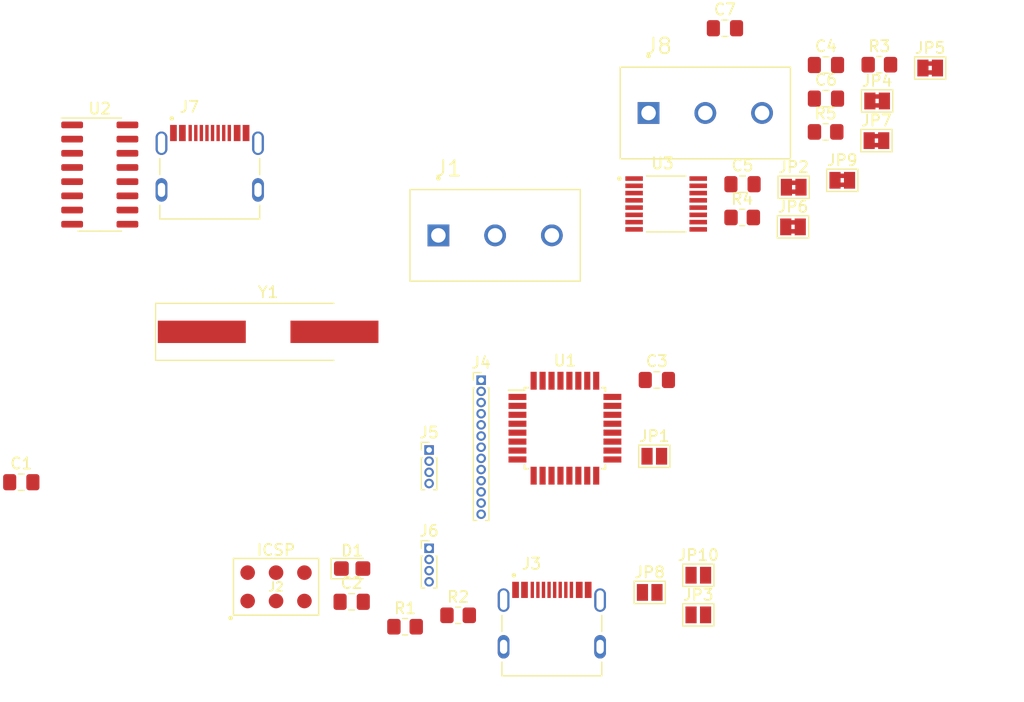
<source format=kicad_pcb>
(kicad_pcb (version 20171130) (host pcbnew "(5.1.10)-1")

  (general
    (thickness 1.6)
    (drawings 0)
    (tracks 0)
    (zones 0)
    (modules 35)
    (nets 86)
  )

  (page A4)
  (layers
    (0 F.Cu signal)
    (31 B.Cu signal)
    (32 B.Adhes user)
    (33 F.Adhes user)
    (34 B.Paste user)
    (35 F.Paste user)
    (36 B.SilkS user)
    (37 F.SilkS user)
    (38 B.Mask user)
    (39 F.Mask user)
    (40 Dwgs.User user)
    (41 Cmts.User user)
    (42 Eco1.User user)
    (43 Eco2.User user)
    (44 Edge.Cuts user)
    (45 Margin user)
    (46 B.CrtYd user)
    (47 F.CrtYd user)
    (48 B.Fab user)
    (49 F.Fab user)
  )

  (setup
    (last_trace_width 0.25)
    (trace_clearance 0.2)
    (zone_clearance 0.508)
    (zone_45_only no)
    (trace_min 0.2)
    (via_size 0.8)
    (via_drill 0.4)
    (via_min_size 0.4)
    (via_min_drill 0.3)
    (uvia_size 0.3)
    (uvia_drill 0.1)
    (uvias_allowed no)
    (uvia_min_size 0.2)
    (uvia_min_drill 0.1)
    (edge_width 0.05)
    (segment_width 0.2)
    (pcb_text_width 0.3)
    (pcb_text_size 1.5 1.5)
    (mod_edge_width 0.12)
    (mod_text_size 1 1)
    (mod_text_width 0.15)
    (pad_size 1.524 1.524)
    (pad_drill 0.762)
    (pad_to_mask_clearance 0)
    (aux_axis_origin 0 0)
    (visible_elements 7FFFFFFF)
    (pcbplotparams
      (layerselection 0x010fc_ffffffff)
      (usegerberextensions false)
      (usegerberattributes true)
      (usegerberadvancedattributes true)
      (creategerberjobfile true)
      (excludeedgelayer true)
      (linewidth 0.100000)
      (plotframeref false)
      (viasonmask false)
      (mode 1)
      (useauxorigin false)
      (hpglpennumber 1)
      (hpglpenspeed 20)
      (hpglpendiameter 15.000000)
      (psnegative false)
      (psa4output false)
      (plotreference true)
      (plotvalue true)
      (plotinvisibletext false)
      (padsonsilk false)
      (subtractmaskfromsilk false)
      (outputformat 1)
      (mirror false)
      (drillshape 1)
      (scaleselection 1)
      (outputdirectory ""))
  )

  (net 0 "")
  (net 1 XTAL1)
  (net 2 GND)
  (net 3 XTAL2)
  (net 4 VCC)
  (net 5 "Net-(D1-Pad2)")
  (net 6 MOSI)
  (net 7 SCK)
  (net 8 MISO)
  (net 9 RST)
  (net 10 ENC1A)
  (net 11 ENC1B)
  (net 12 ENC2A)
  (net 13 ENC2B)
  (net 14 ENC3A)
  (net 15 ENC3B)
  (net 16 ENC4A)
  (net 17 ENC4B)
  (net 18 BTN1)
  (net 19 BTN2)
  (net 20 BTN3)
  (net 21 BTN4)
  (net 22 RX)
  (net 23 TX)
  (net 24 SCL)
  (net 25 SDA)
  (net 26 "Net-(U1-Pad19)")
  (net 27 "Net-(U1-Pad20)")
  (net 28 "Net-(U1-Pad22)")
  (net 29 "Net-(J3-PadA6)")
  (net 30 "Net-(J3-PadB7)")
  (net 31 "Net-(J3-PadA5)")
  (net 32 "Net-(J3-PadB8)")
  (net 33 "Net-(J3-PadA7)")
  (net 34 "Net-(J3-PadB6)")
  (net 35 "Net-(J3-PadA8)")
  (net 36 "Net-(J3-PadB5)")
  (net 37 "Net-(J7-PadA5)")
  (net 38 "Net-(J7-PadB8)")
  (net 39 "Net-(J7-PadA8)")
  (net 40 "Net-(J7-PadB5)")
  (net 41 "Net-(U2-Pad7)")
  (net 42 "Net-(U2-Pad8)")
  (net 43 "Net-(U2-Pad9)")
  (net 44 "Net-(U2-Pad10)")
  (net 45 "Net-(U2-Pad11)")
  (net 46 "Net-(U2-Pad12)")
  (net 47 "Net-(U2-Pad13)")
  (net 48 "Net-(U2-Pad15)")
  (net 49 "Net-(C5-Pad2)")
  (net 50 "Net-(C6-Pad2)")
  (net 51 SIG1A)
  (net 52 SIG1B)
  (net 53 "Net-(J3-PadA4B9)")
  (net 54 "Net-(J3-PadB4A9)")
  (net 55 D+)
  (net 56 D-)
  (net 57 SIG2A)
  (net 58 SIG2B)
  (net 59 "Net-(R3-Pad1)")
  (net 60 "Net-(R3-Pad2)")
  (net 61 "Net-(U1-Pad1)")
  (net 62 "Net-(U1-Pad2)")
  (net 63 "Net-(U1-Pad11)")
  (net 64 "Net-(U1-Pad12)")
  (net 65 "Net-(U1-Pad23)")
  (net 66 "Net-(U1-Pad24)")
  (net 67 "Net-(U1-Pad25)")
  (net 68 "Net-(U1-Pad26)")
  (net 69 "Net-(U1-Pad32)")
  (net 70 "Net-(U3-Pad1)")
  (net 71 "Net-(U3-Pad2)")
  (net 72 "Net-(U3-Pad3)")
  (net 73 "Net-(U3-Pad4)")
  (net 74 "Net-(U3-Pad5)")
  (net 75 "Net-(U3-Pad6)")
  (net 76 "Net-(U3-Pad7)")
  (net 77 "Net-(U3-Pad8)")
  (net 78 "Net-(U3-Pad9)")
  (net 79 "Net-(U3-Pad10)")
  (net 80 "Net-(U3-Pad11)")
  (net 81 "Net-(U3-Pad12)")
  (net 82 "Net-(U3-Pad13)")
  (net 83 "Net-(U3-Pad14)")
  (net 84 "Net-(U3-Pad15)")
  (net 85 "Net-(U3-Pad16)")

  (net_class Default "This is the default net class."
    (clearance 0.2)
    (trace_width 0.25)
    (via_dia 0.8)
    (via_drill 0.4)
    (uvia_dia 0.3)
    (uvia_drill 0.1)
    (add_net BTN1)
    (add_net BTN2)
    (add_net BTN3)
    (add_net BTN4)
    (add_net D+)
    (add_net D-)
    (add_net ENC1A)
    (add_net ENC1B)
    (add_net ENC2A)
    (add_net ENC2B)
    (add_net ENC3A)
    (add_net ENC3B)
    (add_net ENC4A)
    (add_net ENC4B)
    (add_net GND)
    (add_net MISO)
    (add_net MOSI)
    (add_net "Net-(C5-Pad2)")
    (add_net "Net-(C6-Pad2)")
    (add_net "Net-(D1-Pad2)")
    (add_net "Net-(J3-PadA4B9)")
    (add_net "Net-(J3-PadA5)")
    (add_net "Net-(J3-PadA6)")
    (add_net "Net-(J3-PadA7)")
    (add_net "Net-(J3-PadA8)")
    (add_net "Net-(J3-PadB4A9)")
    (add_net "Net-(J3-PadB5)")
    (add_net "Net-(J3-PadB6)")
    (add_net "Net-(J3-PadB7)")
    (add_net "Net-(J3-PadB8)")
    (add_net "Net-(J7-PadA5)")
    (add_net "Net-(J7-PadA8)")
    (add_net "Net-(J7-PadB5)")
    (add_net "Net-(J7-PadB8)")
    (add_net "Net-(R3-Pad1)")
    (add_net "Net-(R3-Pad2)")
    (add_net "Net-(U1-Pad1)")
    (add_net "Net-(U1-Pad11)")
    (add_net "Net-(U1-Pad12)")
    (add_net "Net-(U1-Pad19)")
    (add_net "Net-(U1-Pad2)")
    (add_net "Net-(U1-Pad20)")
    (add_net "Net-(U1-Pad22)")
    (add_net "Net-(U1-Pad23)")
    (add_net "Net-(U1-Pad24)")
    (add_net "Net-(U1-Pad25)")
    (add_net "Net-(U1-Pad26)")
    (add_net "Net-(U1-Pad32)")
    (add_net "Net-(U2-Pad10)")
    (add_net "Net-(U2-Pad11)")
    (add_net "Net-(U2-Pad12)")
    (add_net "Net-(U2-Pad13)")
    (add_net "Net-(U2-Pad15)")
    (add_net "Net-(U2-Pad7)")
    (add_net "Net-(U2-Pad8)")
    (add_net "Net-(U2-Pad9)")
    (add_net "Net-(U3-Pad1)")
    (add_net "Net-(U3-Pad10)")
    (add_net "Net-(U3-Pad11)")
    (add_net "Net-(U3-Pad12)")
    (add_net "Net-(U3-Pad13)")
    (add_net "Net-(U3-Pad14)")
    (add_net "Net-(U3-Pad15)")
    (add_net "Net-(U3-Pad16)")
    (add_net "Net-(U3-Pad2)")
    (add_net "Net-(U3-Pad3)")
    (add_net "Net-(U3-Pad4)")
    (add_net "Net-(U3-Pad5)")
    (add_net "Net-(U3-Pad6)")
    (add_net "Net-(U3-Pad7)")
    (add_net "Net-(U3-Pad8)")
    (add_net "Net-(U3-Pad9)")
    (add_net RST)
    (add_net RX)
    (add_net SCK)
    (add_net SCL)
    (add_net SDA)
    (add_net SIG1A)
    (add_net SIG1B)
    (add_net SIG2A)
    (add_net SIG2B)
    (add_net TX)
    (add_net VCC)
    (add_net XTAL1)
    (add_net XTAL2)
  )

  (module Capacitor_SMD:C_0805_2012Metric_Pad1.18x1.45mm_HandSolder (layer F.Cu) (tedit 5F68FEEF) (tstamp 6116A267)
    (at 58.279001 181.901001)
    (descr "Capacitor SMD 0805 (2012 Metric), square (rectangular) end terminal, IPC_7351 nominal with elongated pad for handsoldering. (Body size source: IPC-SM-782 page 76, https://www.pcb-3d.com/wordpress/wp-content/uploads/ipc-sm-782a_amendment_1_and_2.pdf, https://docs.google.com/spreadsheets/d/1BsfQQcO9C6DZCsRaXUlFlo91Tg2WpOkGARC1WS5S8t0/edit?usp=sharing), generated with kicad-footprint-generator")
    (tags "capacitor handsolder")
    (path /611448F1)
    (attr smd)
    (fp_text reference C2 (at 0 -1.68) (layer F.SilkS)
      (effects (font (size 1 1) (thickness 0.15)))
    )
    (fp_text value 22p (at 0 1.68) (layer F.Fab)
      (effects (font (size 1 1) (thickness 0.15)))
    )
    (fp_line (start -1 0.625) (end -1 -0.625) (layer F.Fab) (width 0.1))
    (fp_line (start -1 -0.625) (end 1 -0.625) (layer F.Fab) (width 0.1))
    (fp_line (start 1 -0.625) (end 1 0.625) (layer F.Fab) (width 0.1))
    (fp_line (start 1 0.625) (end -1 0.625) (layer F.Fab) (width 0.1))
    (fp_line (start -0.261252 -0.735) (end 0.261252 -0.735) (layer F.SilkS) (width 0.12))
    (fp_line (start -0.261252 0.735) (end 0.261252 0.735) (layer F.SilkS) (width 0.12))
    (fp_line (start -1.88 0.98) (end -1.88 -0.98) (layer F.CrtYd) (width 0.05))
    (fp_line (start -1.88 -0.98) (end 1.88 -0.98) (layer F.CrtYd) (width 0.05))
    (fp_line (start 1.88 -0.98) (end 1.88 0.98) (layer F.CrtYd) (width 0.05))
    (fp_line (start 1.88 0.98) (end -1.88 0.98) (layer F.CrtYd) (width 0.05))
    (fp_text user %R (at 0 0) (layer F.Fab)
      (effects (font (size 0.5 0.5) (thickness 0.08)))
    )
    (pad 1 smd roundrect (at -1.0375 0) (size 1.175 1.45) (layers F.Cu F.Paste F.Mask) (roundrect_rratio 0.212766)
      (net 3 XTAL2))
    (pad 2 smd roundrect (at 1.0375 0) (size 1.175 1.45) (layers F.Cu F.Paste F.Mask) (roundrect_rratio 0.212766)
      (net 2 GND))
    (model ${KISYS3DMOD}/Capacitor_SMD.3dshapes/C_0805_2012Metric.wrl
      (at (xyz 0 0 0))
      (scale (xyz 1 1 1))
      (rotate (xyz 0 0 0))
    )
  )

  (module Capacitor_SMD:C_0805_2012Metric_Pad1.18x1.45mm_HandSolder (layer F.Cu) (tedit 5F68FEEF) (tstamp 6116A278)
    (at 85.599001 162.041001)
    (descr "Capacitor SMD 0805 (2012 Metric), square (rectangular) end terminal, IPC_7351 nominal with elongated pad for handsoldering. (Body size source: IPC-SM-782 page 76, https://www.pcb-3d.com/wordpress/wp-content/uploads/ipc-sm-782a_amendment_1_and_2.pdf, https://docs.google.com/spreadsheets/d/1BsfQQcO9C6DZCsRaXUlFlo91Tg2WpOkGARC1WS5S8t0/edit?usp=sharing), generated with kicad-footprint-generator")
    (tags "capacitor handsolder")
    (path /6115564D)
    (attr smd)
    (fp_text reference C3 (at 0 -1.68) (layer F.SilkS)
      (effects (font (size 1 1) (thickness 0.15)))
    )
    (fp_text value 100n (at 0 1.68) (layer F.Fab)
      (effects (font (size 1 1) (thickness 0.15)))
    )
    (fp_line (start 1.88 0.98) (end -1.88 0.98) (layer F.CrtYd) (width 0.05))
    (fp_line (start 1.88 -0.98) (end 1.88 0.98) (layer F.CrtYd) (width 0.05))
    (fp_line (start -1.88 -0.98) (end 1.88 -0.98) (layer F.CrtYd) (width 0.05))
    (fp_line (start -1.88 0.98) (end -1.88 -0.98) (layer F.CrtYd) (width 0.05))
    (fp_line (start -0.261252 0.735) (end 0.261252 0.735) (layer F.SilkS) (width 0.12))
    (fp_line (start -0.261252 -0.735) (end 0.261252 -0.735) (layer F.SilkS) (width 0.12))
    (fp_line (start 1 0.625) (end -1 0.625) (layer F.Fab) (width 0.1))
    (fp_line (start 1 -0.625) (end 1 0.625) (layer F.Fab) (width 0.1))
    (fp_line (start -1 -0.625) (end 1 -0.625) (layer F.Fab) (width 0.1))
    (fp_line (start -1 0.625) (end -1 -0.625) (layer F.Fab) (width 0.1))
    (fp_text user %R (at 0 0) (layer F.Fab)
      (effects (font (size 0.5 0.5) (thickness 0.08)))
    )
    (pad 2 smd roundrect (at 1.0375 0) (size 1.175 1.45) (layers F.Cu F.Paste F.Mask) (roundrect_rratio 0.212766)
      (net 2 GND))
    (pad 1 smd roundrect (at -1.0375 0) (size 1.175 1.45) (layers F.Cu F.Paste F.Mask) (roundrect_rratio 0.212766)
      (net 4 VCC))
    (model ${KISYS3DMOD}/Capacitor_SMD.3dshapes/C_0805_2012Metric.wrl
      (at (xyz 0 0 0))
      (scale (xyz 1 1 1))
      (rotate (xyz 0 0 0))
    )
  )

  (module LED_SMD:LED_0805_2012Metric_Castellated (layer F.Cu) (tedit 5F68FEF1) (tstamp 6116A28B)
    (at 58.319001 178.926001)
    (descr "LED SMD 0805 (2012 Metric), castellated end terminal, IPC_7351 nominal, (Body size source: https://docs.google.com/spreadsheets/d/1BsfQQcO9C6DZCsRaXUlFlo91Tg2WpOkGARC1WS5S8t0/edit?usp=sharing), generated with kicad-footprint-generator")
    (tags "LED castellated")
    (path /6113FB23)
    (attr smd)
    (fp_text reference D1 (at 0 -1.6) (layer F.SilkS)
      (effects (font (size 1 1) (thickness 0.15)))
    )
    (fp_text value 17-21/BHC-XL2M2TY/3T (at 0 1.6) (layer F.Fab)
      (effects (font (size 1 1) (thickness 0.15)))
    )
    (fp_line (start 1 -0.6) (end -0.7 -0.6) (layer F.Fab) (width 0.1))
    (fp_line (start -0.7 -0.6) (end -1 -0.3) (layer F.Fab) (width 0.1))
    (fp_line (start -1 -0.3) (end -1 0.6) (layer F.Fab) (width 0.1))
    (fp_line (start -1 0.6) (end 1 0.6) (layer F.Fab) (width 0.1))
    (fp_line (start 1 0.6) (end 1 -0.6) (layer F.Fab) (width 0.1))
    (fp_line (start 1 -0.91) (end -1.885 -0.91) (layer F.SilkS) (width 0.12))
    (fp_line (start -1.885 -0.91) (end -1.885 0.91) (layer F.SilkS) (width 0.12))
    (fp_line (start -1.885 0.91) (end 1 0.91) (layer F.SilkS) (width 0.12))
    (fp_line (start -1.88 0.9) (end -1.88 -0.9) (layer F.CrtYd) (width 0.05))
    (fp_line (start -1.88 -0.9) (end 1.88 -0.9) (layer F.CrtYd) (width 0.05))
    (fp_line (start 1.88 -0.9) (end 1.88 0.9) (layer F.CrtYd) (width 0.05))
    (fp_line (start 1.88 0.9) (end -1.88 0.9) (layer F.CrtYd) (width 0.05))
    (fp_text user %R (at 0 0) (layer F.Fab)
      (effects (font (size 0.5 0.5) (thickness 0.08)))
    )
    (pad 1 smd roundrect (at -0.9625 0) (size 1.325 1.3) (layers F.Cu F.Paste F.Mask) (roundrect_rratio 0.192308)
      (net 2 GND))
    (pad 2 smd roundrect (at 0.9625 0) (size 1.325 1.3) (layers F.Cu F.Paste F.Mask) (roundrect_rratio 0.192308)
      (net 5 "Net-(D1-Pad2)"))
    (model ${KISYS3DMOD}/LED_SMD.3dshapes/LED_0805_2012Metric_Castellated.wrl
      (at (xyz 0 0 0))
      (scale (xyz 1 1 1))
      (rotate (xyz 0 0 0))
    )
  )

  (module AVR-ISP:AVR-ISP (layer F.Cu) (tedit 61126B73) (tstamp 6116A29B)
    (at 51.508001 180.559501)
    (path /61134728)
    (fp_text reference J2 (at 0 0) (layer F.SilkS)
      (effects (font (size 0.787402 0.787402) (thickness 0.15)))
    )
    (fp_text value AVR-ISP-6 (at 0 0) (layer F.Fab)
      (effects (font (size 0.787402 0.787402) (thickness 0.15)))
    )
    (fp_circle (center -4.064 2.794) (end -3.964 2.794) (layer F.SilkS) (width 0.2))
    (fp_line (start -3.81 2.54) (end -3.81 -2.54) (layer F.SilkS) (width 0.127))
    (fp_line (start 3.81 2.54) (end -3.81 2.54) (layer F.SilkS) (width 0.127))
    (fp_line (start 3.81 -2.54) (end 3.81 2.54) (layer F.SilkS) (width 0.127))
    (fp_line (start -3.81 -2.54) (end 3.81 -2.54) (layer F.SilkS) (width 0.127))
    (fp_text user ICSP (at 0 -3.302) (layer F.SilkS)
      (effects (font (size 1 1) (thickness 0.15)))
    )
    (pad 4 smd circle (at 0 -1.27) (size 1.308 1.308) (layers F.Cu F.Paste F.Mask)
      (net 6 MOSI))
    (pad 3 smd circle (at 0 1.27) (size 1.308 1.308) (layers F.Cu F.Paste F.Mask)
      (net 7 SCK))
    (pad 2 smd circle (at -2.54 -1.27) (size 1.308 1.308) (layers F.Cu F.Paste F.Mask)
      (net 4 VCC))
    (pad 1 smd circle (at -2.54 1.27) (size 1.308 1.308) (layers F.Cu F.Paste F.Mask)
      (net 8 MISO))
    (pad 5 smd circle (at 2.54 1.27) (size 1.308 1.308) (layers F.Cu F.Paste F.Mask)
      (net 9 RST))
    (pad 6 smd circle (at 2.54 -1.27) (size 1.308 1.308) (layers F.Cu F.Paste F.Mask)
      (net 2 GND))
  )

  (module HRO_TYPE-C-31-M-12:HRO_TYPE-C-31-M-12 (layer F.Cu) (tedit 6112D184) (tstamp 6116A2C0)
    (at 76.2 185.928)
    (path /6112D89A)
    (fp_text reference J3 (at -1.825 -7.435) (layer F.SilkS)
      (effects (font (size 1 1) (thickness 0.15)))
    )
    (fp_text value TYPE-C-31-M-12 (at 6.43 4.135) (layer F.Fab)
      (effects (font (size 1 1) (thickness 0.15)))
    )
    (fp_line (start -4.47 2.6) (end 4.47 2.6) (layer F.Fab) (width 0.127))
    (fp_line (start 4.47 2.6) (end 4.47 -4.7) (layer F.Fab) (width 0.127))
    (fp_line (start 4.47 -4.7) (end -4.47 -4.7) (layer F.Fab) (width 0.127))
    (fp_line (start -4.47 -4.7) (end -4.47 2.6) (layer F.Fab) (width 0.127))
    (fp_line (start -4.47 -2.81) (end -4.47 -1.37) (layer F.SilkS) (width 0.127))
    (fp_line (start 4.47 -2.81) (end 4.47 -1.37) (layer F.SilkS) (width 0.127))
    (fp_line (start 4.47 1.37) (end 4.47 2.6) (layer F.SilkS) (width 0.127))
    (fp_line (start 4.47 2.6) (end -4.47 2.6) (layer F.SilkS) (width 0.127))
    (fp_line (start -4.47 2.6) (end -4.47 1.37) (layer F.SilkS) (width 0.127))
    (fp_line (start -5.095 2.85) (end 5.095 2.85) (layer F.CrtYd) (width 0.05))
    (fp_line (start 5.095 2.85) (end 5.095 -6.07) (layer F.CrtYd) (width 0.05))
    (fp_line (start 5.095 -6.07) (end -5.095 -6.07) (layer F.CrtYd) (width 0.05))
    (fp_line (start -5.095 -6.07) (end -5.095 2.85) (layer F.CrtYd) (width 0.05))
    (fp_circle (center -3.4 -6.4) (end -3.3 -6.4) (layer F.Fab) (width 0.2))
    (fp_circle (center -3.4 -6.4) (end -3.3 -6.4) (layer F.SilkS) (width 0.2))
    (pad A1B12 smd rect (at -3.25 -5.095) (size 0.6 1.45) (layers F.Cu F.Paste F.Mask)
      (net 2 GND))
    (pad A4B9 smd rect (at -2.45 -5.095) (size 0.6 1.45) (layers F.Cu F.Paste F.Mask)
      (net 53 "Net-(J3-PadA4B9)"))
    (pad A6 smd rect (at -0.25 -5.095) (size 0.3 1.45) (layers F.Cu F.Paste F.Mask)
      (net 29 "Net-(J3-PadA6)"))
    (pad B7 smd rect (at -0.75 -5.095) (size 0.3 1.45) (layers F.Cu F.Paste F.Mask)
      (net 30 "Net-(J3-PadB7)"))
    (pad A5 smd rect (at -1.25 -5.095) (size 0.3 1.45) (layers F.Cu F.Paste F.Mask)
      (net 31 "Net-(J3-PadA5)"))
    (pad B8 smd rect (at -1.75 -5.095) (size 0.3 1.45) (layers F.Cu F.Paste F.Mask)
      (net 32 "Net-(J3-PadB8)"))
    (pad A7 smd rect (at 0.25 -5.095) (size 0.3 1.45) (layers F.Cu F.Paste F.Mask)
      (net 33 "Net-(J3-PadA7)"))
    (pad B6 smd rect (at 0.75 -5.095) (size 0.3 1.45) (layers F.Cu F.Paste F.Mask)
      (net 34 "Net-(J3-PadB6)"))
    (pad A8 smd rect (at 1.25 -5.095) (size 0.3 1.45) (layers F.Cu F.Paste F.Mask)
      (net 35 "Net-(J3-PadA8)"))
    (pad B5 smd rect (at 1.75 -5.095) (size 0.3 1.45) (layers F.Cu F.Paste F.Mask)
      (net 36 "Net-(J3-PadB5)"))
    (pad B4A9 smd rect (at 2.45 -5.095) (size 0.6 1.45) (layers F.Cu F.Paste F.Mask)
      (net 54 "Net-(J3-PadB4A9)"))
    (pad B1A12 smd rect (at 3.25 -5.095) (size 0.6 1.45) (layers F.Cu F.Paste F.Mask)
      (net 2 GND))
    (pad S1 thru_hole oval (at -4.32 -4.18) (size 1.05 2.1) (drill oval 0.65 1.75) (layers *.Cu *.Mask)
      (net 2 GND))
    (pad S2 thru_hole oval (at 4.32 -4.18) (size 1.05 2.1) (drill oval 0.65 1.75) (layers *.Cu *.Mask)
      (net 2 GND))
    (pad S3 thru_hole oval (at -4.32 0) (size 1.05 2.1) (drill oval 0.65 1.25) (layers *.Cu *.Mask)
      (net 2 GND))
    (pad S4 thru_hole oval (at 4.32 0) (size 1.05 2.1) (drill oval 0.65 1.25) (layers *.Cu *.Mask)
      (net 2 GND))
    (pad None np_thru_hole circle (at -2.89 -3.65) (size 0.7 0.7) (drill 0.7) (layers *.Cu *.Mask))
    (pad None np_thru_hole circle (at 2.89 -3.65) (size 0.7 0.7) (drill 0.7) (layers *.Cu *.Mask))
    (model ${KIPRJMOD}/Libraries/HRO_TYPE-C-31-M-12.models/TYPE-C-31-M-12.step
      (at (xyz 0 0 0))
      (scale (xyz 1 1 1))
      (rotate (xyz -90 0 0))
    )
  )

  (module Connector_PinHeader_1.00mm:PinHeader_1x13_P1.00mm_Vertical (layer F.Cu) (tedit 59FED738) (tstamp 6116A2E3)
    (at 69.869001 162.061001)
    (descr "Through hole straight pin header, 1x13, 1.00mm pitch, single row")
    (tags "Through hole pin header THT 1x13 1.00mm single row")
    (path /61285557)
    (fp_text reference J4 (at 0 -1.56) (layer F.SilkS)
      (effects (font (size 1 1) (thickness 0.15)))
    )
    (fp_text value Conn_01x13 (at 0 13.56) (layer F.Fab)
      (effects (font (size 1 1) (thickness 0.15)))
    )
    (fp_line (start -0.3175 -0.5) (end 0.635 -0.5) (layer F.Fab) (width 0.1))
    (fp_line (start 0.635 -0.5) (end 0.635 12.5) (layer F.Fab) (width 0.1))
    (fp_line (start 0.635 12.5) (end -0.635 12.5) (layer F.Fab) (width 0.1))
    (fp_line (start -0.635 12.5) (end -0.635 -0.1825) (layer F.Fab) (width 0.1))
    (fp_line (start -0.635 -0.1825) (end -0.3175 -0.5) (layer F.Fab) (width 0.1))
    (fp_line (start -0.695 12.56) (end -0.394493 12.56) (layer F.SilkS) (width 0.12))
    (fp_line (start 0.394493 12.56) (end 0.695 12.56) (layer F.SilkS) (width 0.12))
    (fp_line (start -0.695 0.685) (end -0.695 12.56) (layer F.SilkS) (width 0.12))
    (fp_line (start 0.695 0.685) (end 0.695 12.56) (layer F.SilkS) (width 0.12))
    (fp_line (start -0.695 0.685) (end -0.608276 0.685) (layer F.SilkS) (width 0.12))
    (fp_line (start 0.608276 0.685) (end 0.695 0.685) (layer F.SilkS) (width 0.12))
    (fp_line (start -0.695 0) (end -0.695 -0.685) (layer F.SilkS) (width 0.12))
    (fp_line (start -0.695 -0.685) (end 0 -0.685) (layer F.SilkS) (width 0.12))
    (fp_line (start -1.15 -1) (end -1.15 13) (layer F.CrtYd) (width 0.05))
    (fp_line (start -1.15 13) (end 1.15 13) (layer F.CrtYd) (width 0.05))
    (fp_line (start 1.15 13) (end 1.15 -1) (layer F.CrtYd) (width 0.05))
    (fp_line (start 1.15 -1) (end -1.15 -1) (layer F.CrtYd) (width 0.05))
    (fp_text user %R (at 0 6 90) (layer F.Fab)
      (effects (font (size 0.76 0.76) (thickness 0.114)))
    )
    (pad 1 thru_hole rect (at 0 0) (size 0.85 0.85) (drill 0.5) (layers *.Cu *.Mask)
      (net 2 GND))
    (pad 2 thru_hole oval (at 0 1) (size 0.85 0.85) (drill 0.5) (layers *.Cu *.Mask)
      (net 10 ENC1A))
    (pad 3 thru_hole oval (at 0 2) (size 0.85 0.85) (drill 0.5) (layers *.Cu *.Mask)
      (net 11 ENC1B))
    (pad 4 thru_hole oval (at 0 3) (size 0.85 0.85) (drill 0.5) (layers *.Cu *.Mask)
      (net 12 ENC2A))
    (pad 5 thru_hole oval (at 0 4) (size 0.85 0.85) (drill 0.5) (layers *.Cu *.Mask)
      (net 13 ENC2B))
    (pad 6 thru_hole oval (at 0 5) (size 0.85 0.85) (drill 0.5) (layers *.Cu *.Mask)
      (net 14 ENC3A))
    (pad 7 thru_hole oval (at 0 6) (size 0.85 0.85) (drill 0.5) (layers *.Cu *.Mask)
      (net 15 ENC3B))
    (pad 8 thru_hole oval (at 0 7) (size 0.85 0.85) (drill 0.5) (layers *.Cu *.Mask)
      (net 16 ENC4A))
    (pad 9 thru_hole oval (at 0 8) (size 0.85 0.85) (drill 0.5) (layers *.Cu *.Mask)
      (net 17 ENC4B))
    (pad 10 thru_hole oval (at 0 9) (size 0.85 0.85) (drill 0.5) (layers *.Cu *.Mask)
      (net 18 BTN1))
    (pad 11 thru_hole oval (at 0 10) (size 0.85 0.85) (drill 0.5) (layers *.Cu *.Mask)
      (net 19 BTN2))
    (pad 12 thru_hole oval (at 0 11) (size 0.85 0.85) (drill 0.5) (layers *.Cu *.Mask)
      (net 20 BTN3))
    (pad 13 thru_hole oval (at 0 12) (size 0.85 0.85) (drill 0.5) (layers *.Cu *.Mask)
      (net 21 BTN4))
    (model ${KISYS3DMOD}/Connector_PinHeader_1.00mm.3dshapes/PinHeader_1x13_P1.00mm_Vertical.wrl
      (at (xyz 0 0 0))
      (scale (xyz 1 1 1))
      (rotate (xyz 0 0 0))
    )
  )

  (module Connector_PinHeader_1.00mm:PinHeader_1x04_P1.00mm_Vertical (layer F.Cu) (tedit 59FED738) (tstamp 6116A2FD)
    (at 65.209001 168.311001)
    (descr "Through hole straight pin header, 1x04, 1.00mm pitch, single row")
    (tags "Through hole pin header THT 1x04 1.00mm single row")
    (path /613031C0)
    (fp_text reference J5 (at 0 -1.56) (layer F.SilkS)
      (effects (font (size 1 1) (thickness 0.15)))
    )
    (fp_text value Conn_01x04 (at 0 4.56) (layer F.Fab)
      (effects (font (size 1 1) (thickness 0.15)))
    )
    (fp_line (start -0.3175 -0.5) (end 0.635 -0.5) (layer F.Fab) (width 0.1))
    (fp_line (start 0.635 -0.5) (end 0.635 3.5) (layer F.Fab) (width 0.1))
    (fp_line (start 0.635 3.5) (end -0.635 3.5) (layer F.Fab) (width 0.1))
    (fp_line (start -0.635 3.5) (end -0.635 -0.1825) (layer F.Fab) (width 0.1))
    (fp_line (start -0.635 -0.1825) (end -0.3175 -0.5) (layer F.Fab) (width 0.1))
    (fp_line (start -0.695 3.56) (end -0.394493 3.56) (layer F.SilkS) (width 0.12))
    (fp_line (start 0.394493 3.56) (end 0.695 3.56) (layer F.SilkS) (width 0.12))
    (fp_line (start -0.695 0.685) (end -0.695 3.56) (layer F.SilkS) (width 0.12))
    (fp_line (start 0.695 0.685) (end 0.695 3.56) (layer F.SilkS) (width 0.12))
    (fp_line (start -0.695 0.685) (end -0.608276 0.685) (layer F.SilkS) (width 0.12))
    (fp_line (start 0.608276 0.685) (end 0.695 0.685) (layer F.SilkS) (width 0.12))
    (fp_line (start -0.695 0) (end -0.695 -0.685) (layer F.SilkS) (width 0.12))
    (fp_line (start -0.695 -0.685) (end 0 -0.685) (layer F.SilkS) (width 0.12))
    (fp_line (start -1.15 -1) (end -1.15 4) (layer F.CrtYd) (width 0.05))
    (fp_line (start -1.15 4) (end 1.15 4) (layer F.CrtYd) (width 0.05))
    (fp_line (start 1.15 4) (end 1.15 -1) (layer F.CrtYd) (width 0.05))
    (fp_line (start 1.15 -1) (end -1.15 -1) (layer F.CrtYd) (width 0.05))
    (fp_text user %R (at 0 1.5 90) (layer F.Fab)
      (effects (font (size 0.76 0.76) (thickness 0.114)))
    )
    (pad 1 thru_hole rect (at 0 0) (size 0.85 0.85) (drill 0.5) (layers *.Cu *.Mask)
      (net 2 GND))
    (pad 2 thru_hole oval (at 0 1) (size 0.85 0.85) (drill 0.5) (layers *.Cu *.Mask)
      (net 23 TX))
    (pad 3 thru_hole oval (at 0 2) (size 0.85 0.85) (drill 0.5) (layers *.Cu *.Mask)
      (net 22 RX))
    (pad 4 thru_hole oval (at 0 3) (size 0.85 0.85) (drill 0.5) (layers *.Cu *.Mask)
      (net 9 RST))
    (model ${KISYS3DMOD}/Connector_PinHeader_1.00mm.3dshapes/PinHeader_1x04_P1.00mm_Vertical.wrl
      (at (xyz 0 0 0))
      (scale (xyz 1 1 1))
      (rotate (xyz 0 0 0))
    )
  )

  (module Connector_PinHeader_1.00mm:PinHeader_1x04_P1.00mm_Vertical (layer F.Cu) (tedit 59FED738) (tstamp 6116A317)
    (at 65.209001 177.111001)
    (descr "Through hole straight pin header, 1x04, 1.00mm pitch, single row")
    (tags "Through hole pin header THT 1x04 1.00mm single row")
    (path /613021A3)
    (fp_text reference J6 (at 0 -1.56) (layer F.SilkS)
      (effects (font (size 1 1) (thickness 0.15)))
    )
    (fp_text value Conn_01x04 (at 0 4.56) (layer F.Fab)
      (effects (font (size 1 1) (thickness 0.15)))
    )
    (fp_line (start 1.15 -1) (end -1.15 -1) (layer F.CrtYd) (width 0.05))
    (fp_line (start 1.15 4) (end 1.15 -1) (layer F.CrtYd) (width 0.05))
    (fp_line (start -1.15 4) (end 1.15 4) (layer F.CrtYd) (width 0.05))
    (fp_line (start -1.15 -1) (end -1.15 4) (layer F.CrtYd) (width 0.05))
    (fp_line (start -0.695 -0.685) (end 0 -0.685) (layer F.SilkS) (width 0.12))
    (fp_line (start -0.695 0) (end -0.695 -0.685) (layer F.SilkS) (width 0.12))
    (fp_line (start 0.608276 0.685) (end 0.695 0.685) (layer F.SilkS) (width 0.12))
    (fp_line (start -0.695 0.685) (end -0.608276 0.685) (layer F.SilkS) (width 0.12))
    (fp_line (start 0.695 0.685) (end 0.695 3.56) (layer F.SilkS) (width 0.12))
    (fp_line (start -0.695 0.685) (end -0.695 3.56) (layer F.SilkS) (width 0.12))
    (fp_line (start 0.394493 3.56) (end 0.695 3.56) (layer F.SilkS) (width 0.12))
    (fp_line (start -0.695 3.56) (end -0.394493 3.56) (layer F.SilkS) (width 0.12))
    (fp_line (start -0.635 -0.1825) (end -0.3175 -0.5) (layer F.Fab) (width 0.1))
    (fp_line (start -0.635 3.5) (end -0.635 -0.1825) (layer F.Fab) (width 0.1))
    (fp_line (start 0.635 3.5) (end -0.635 3.5) (layer F.Fab) (width 0.1))
    (fp_line (start 0.635 -0.5) (end 0.635 3.5) (layer F.Fab) (width 0.1))
    (fp_line (start -0.3175 -0.5) (end 0.635 -0.5) (layer F.Fab) (width 0.1))
    (fp_text user %R (at 0 1.5 90) (layer F.Fab)
      (effects (font (size 0.76 0.76) (thickness 0.114)))
    )
    (pad 4 thru_hole oval (at 0 3) (size 0.85 0.85) (drill 0.5) (layers *.Cu *.Mask)
      (net 4 VCC))
    (pad 3 thru_hole oval (at 0 2) (size 0.85 0.85) (drill 0.5) (layers *.Cu *.Mask)
      (net 24 SCL))
    (pad 2 thru_hole oval (at 0 1) (size 0.85 0.85) (drill 0.5) (layers *.Cu *.Mask)
      (net 25 SDA))
    (pad 1 thru_hole rect (at 0 0) (size 0.85 0.85) (drill 0.5) (layers *.Cu *.Mask)
      (net 2 GND))
    (model ${KISYS3DMOD}/Connector_PinHeader_1.00mm.3dshapes/PinHeader_1x04_P1.00mm_Vertical.wrl
      (at (xyz 0 0 0))
      (scale (xyz 1 1 1))
      (rotate (xyz 0 0 0))
    )
  )

  (module Jumper:SolderJumper-2_P1.3mm_Open_Pad1.0x1.5mm (layer F.Cu) (tedit 5A3EABFC) (tstamp 6116A325)
    (at 85.369001 168.871001)
    (descr "SMD Solder Jumper, 1x1.5mm Pads, 0.3mm gap, open")
    (tags "solder jumper open")
    (path /6113282A)
    (attr virtual)
    (fp_text reference JP1 (at 0 -1.8) (layer F.SilkS)
      (effects (font (size 1 1) (thickness 0.15)))
    )
    (fp_text value SolderJumper (at 0 1.9) (layer F.Fab)
      (effects (font (size 1 1) (thickness 0.15)))
    )
    (fp_line (start -1.4 1) (end -1.4 -1) (layer F.SilkS) (width 0.12))
    (fp_line (start 1.4 1) (end -1.4 1) (layer F.SilkS) (width 0.12))
    (fp_line (start 1.4 -1) (end 1.4 1) (layer F.SilkS) (width 0.12))
    (fp_line (start -1.4 -1) (end 1.4 -1) (layer F.SilkS) (width 0.12))
    (fp_line (start -1.65 -1.25) (end 1.65 -1.25) (layer F.CrtYd) (width 0.05))
    (fp_line (start -1.65 -1.25) (end -1.65 1.25) (layer F.CrtYd) (width 0.05))
    (fp_line (start 1.65 1.25) (end 1.65 -1.25) (layer F.CrtYd) (width 0.05))
    (fp_line (start 1.65 1.25) (end -1.65 1.25) (layer F.CrtYd) (width 0.05))
    (pad 2 smd rect (at 0.65 0) (size 1 1.5) (layers F.Cu F.Mask)
      (net 29 "Net-(J3-PadA6)"))
    (pad 1 smd rect (at -0.65 0) (size 1 1.5) (layers F.Cu F.Mask)
      (net 25 SDA))
  )

  (module Jumper:SolderJumper-2_P1.3mm_Open_Pad1.0x1.5mm (layer F.Cu) (tedit 5A3EABFC) (tstamp 6116A341)
    (at 89.309001 183.071001)
    (descr "SMD Solder Jumper, 1x1.5mm Pads, 0.3mm gap, open")
    (tags "solder jumper open")
    (path /6118262C)
    (attr virtual)
    (fp_text reference JP3 (at 0 -1.8) (layer F.SilkS)
      (effects (font (size 1 1) (thickness 0.15)))
    )
    (fp_text value SolderJumper (at 0 1.9) (layer F.Fab)
      (effects (font (size 1 1) (thickness 0.15)))
    )
    (fp_line (start 1.65 1.25) (end -1.65 1.25) (layer F.CrtYd) (width 0.05))
    (fp_line (start 1.65 1.25) (end 1.65 -1.25) (layer F.CrtYd) (width 0.05))
    (fp_line (start -1.65 -1.25) (end -1.65 1.25) (layer F.CrtYd) (width 0.05))
    (fp_line (start -1.65 -1.25) (end 1.65 -1.25) (layer F.CrtYd) (width 0.05))
    (fp_line (start -1.4 -1) (end 1.4 -1) (layer F.SilkS) (width 0.12))
    (fp_line (start 1.4 -1) (end 1.4 1) (layer F.SilkS) (width 0.12))
    (fp_line (start 1.4 1) (end -1.4 1) (layer F.SilkS) (width 0.12))
    (fp_line (start -1.4 1) (end -1.4 -1) (layer F.SilkS) (width 0.12))
    (pad 1 smd rect (at -0.65 0) (size 1 1.5) (layers F.Cu F.Mask)
      (net 24 SCL))
    (pad 2 smd rect (at 0.65 0) (size 1 1.5) (layers F.Cu F.Mask)
      (net 33 "Net-(J3-PadA7)"))
  )

  (module Jumper:SolderJumper-2_P1.3mm_Open_Pad1.0x1.5mm (layer F.Cu) (tedit 5A3EABFC) (tstamp 6116A387)
    (at 84.959001 181.061001)
    (descr "SMD Solder Jumper, 1x1.5mm Pads, 0.3mm gap, open")
    (tags "solder jumper open")
    (path /611A3587)
    (attr virtual)
    (fp_text reference JP8 (at 0 -1.8) (layer F.SilkS)
      (effects (font (size 1 1) (thickness 0.15)))
    )
    (fp_text value SolderJumper (at 0 1.9) (layer F.Fab)
      (effects (font (size 1 1) (thickness 0.15)))
    )
    (fp_line (start 1.65 1.25) (end -1.65 1.25) (layer F.CrtYd) (width 0.05))
    (fp_line (start 1.65 1.25) (end 1.65 -1.25) (layer F.CrtYd) (width 0.05))
    (fp_line (start -1.65 -1.25) (end -1.65 1.25) (layer F.CrtYd) (width 0.05))
    (fp_line (start -1.65 -1.25) (end 1.65 -1.25) (layer F.CrtYd) (width 0.05))
    (fp_line (start -1.4 -1) (end 1.4 -1) (layer F.SilkS) (width 0.12))
    (fp_line (start 1.4 -1) (end 1.4 1) (layer F.SilkS) (width 0.12))
    (fp_line (start 1.4 1) (end -1.4 1) (layer F.SilkS) (width 0.12))
    (fp_line (start -1.4 1) (end -1.4 -1) (layer F.SilkS) (width 0.12))
    (pad 1 smd rect (at -0.65 0) (size 1 1.5) (layers F.Cu F.Mask)
      (net 24 SCL))
    (pad 2 smd rect (at 0.65 0) (size 1 1.5) (layers F.Cu F.Mask)
      (net 30 "Net-(J3-PadB7)"))
  )

  (module Jumper:SolderJumper-2_P1.3mm_Open_Pad1.0x1.5mm (layer F.Cu) (tedit 5A3EABFC) (tstamp 6116A3A3)
    (at 89.309001 179.521001)
    (descr "SMD Solder Jumper, 1x1.5mm Pads, 0.3mm gap, open")
    (tags "solder jumper open")
    (path /611A3577)
    (attr virtual)
    (fp_text reference JP10 (at 0 -1.8) (layer F.SilkS)
      (effects (font (size 1 1) (thickness 0.15)))
    )
    (fp_text value SolderJumper (at 0 1.9) (layer F.Fab)
      (effects (font (size 1 1) (thickness 0.15)))
    )
    (fp_line (start -1.4 1) (end -1.4 -1) (layer F.SilkS) (width 0.12))
    (fp_line (start 1.4 1) (end -1.4 1) (layer F.SilkS) (width 0.12))
    (fp_line (start 1.4 -1) (end 1.4 1) (layer F.SilkS) (width 0.12))
    (fp_line (start -1.4 -1) (end 1.4 -1) (layer F.SilkS) (width 0.12))
    (fp_line (start -1.65 -1.25) (end 1.65 -1.25) (layer F.CrtYd) (width 0.05))
    (fp_line (start -1.65 -1.25) (end -1.65 1.25) (layer F.CrtYd) (width 0.05))
    (fp_line (start 1.65 1.25) (end 1.65 -1.25) (layer F.CrtYd) (width 0.05))
    (fp_line (start 1.65 1.25) (end -1.65 1.25) (layer F.CrtYd) (width 0.05))
    (pad 2 smd rect (at 0.65 0) (size 1 1.5) (layers F.Cu F.Mask)
      (net 34 "Net-(J3-PadB6)"))
    (pad 1 smd rect (at -0.65 0) (size 1 1.5) (layers F.Cu F.Mask)
      (net 25 SDA))
  )

  (module Resistor_SMD:R_0805_2012Metric_Pad1.20x1.40mm_HandSolder (layer F.Cu) (tedit 5F68FEEE) (tstamp 6116A3B4)
    (at 63.059001 184.131001)
    (descr "Resistor SMD 0805 (2012 Metric), square (rectangular) end terminal, IPC_7351 nominal with elongated pad for handsoldering. (Body size source: IPC-SM-782 page 72, https://www.pcb-3d.com/wordpress/wp-content/uploads/ipc-sm-782a_amendment_1_and_2.pdf), generated with kicad-footprint-generator")
    (tags "resistor handsolder")
    (path /611669B4)
    (attr smd)
    (fp_text reference R1 (at 0 -1.65) (layer F.SilkS)
      (effects (font (size 1 1) (thickness 0.15)))
    )
    (fp_text value 10k (at 0 1.65) (layer F.Fab)
      (effects (font (size 1 1) (thickness 0.15)))
    )
    (fp_line (start -1 0.625) (end -1 -0.625) (layer F.Fab) (width 0.1))
    (fp_line (start -1 -0.625) (end 1 -0.625) (layer F.Fab) (width 0.1))
    (fp_line (start 1 -0.625) (end 1 0.625) (layer F.Fab) (width 0.1))
    (fp_line (start 1 0.625) (end -1 0.625) (layer F.Fab) (width 0.1))
    (fp_line (start -0.227064 -0.735) (end 0.227064 -0.735) (layer F.SilkS) (width 0.12))
    (fp_line (start -0.227064 0.735) (end 0.227064 0.735) (layer F.SilkS) (width 0.12))
    (fp_line (start -1.85 0.95) (end -1.85 -0.95) (layer F.CrtYd) (width 0.05))
    (fp_line (start -1.85 -0.95) (end 1.85 -0.95) (layer F.CrtYd) (width 0.05))
    (fp_line (start 1.85 -0.95) (end 1.85 0.95) (layer F.CrtYd) (width 0.05))
    (fp_line (start 1.85 0.95) (end -1.85 0.95) (layer F.CrtYd) (width 0.05))
    (fp_text user %R (at 0 0) (layer F.Fab)
      (effects (font (size 0.5 0.5) (thickness 0.08)))
    )
    (pad 1 smd roundrect (at -1 0) (size 1.2 1.4) (layers F.Cu F.Paste F.Mask) (roundrect_rratio 0.208333)
      (net 9 RST))
    (pad 2 smd roundrect (at 1 0) (size 1.2 1.4) (layers F.Cu F.Paste F.Mask) (roundrect_rratio 0.208333)
      (net 4 VCC))
    (model ${KISYS3DMOD}/Resistor_SMD.3dshapes/R_0805_2012Metric.wrl
      (at (xyz 0 0 0))
      (scale (xyz 1 1 1))
      (rotate (xyz 0 0 0))
    )
  )

  (module Resistor_SMD:R_0805_2012Metric_Pad1.20x1.40mm_HandSolder (layer F.Cu) (tedit 5F68FEEE) (tstamp 6116A3C5)
    (at 67.809001 183.111001)
    (descr "Resistor SMD 0805 (2012 Metric), square (rectangular) end terminal, IPC_7351 nominal with elongated pad for handsoldering. (Body size source: IPC-SM-782 page 72, https://www.pcb-3d.com/wordpress/wp-content/uploads/ipc-sm-782a_amendment_1_and_2.pdf), generated with kicad-footprint-generator")
    (tags "resistor handsolder")
    (path /6114AFDD)
    (attr smd)
    (fp_text reference R2 (at 0 -1.65) (layer F.SilkS)
      (effects (font (size 1 1) (thickness 0.15)))
    )
    (fp_text value 200 (at 0 1.65) (layer F.Fab)
      (effects (font (size 1 1) (thickness 0.15)))
    )
    (fp_line (start 1.85 0.95) (end -1.85 0.95) (layer F.CrtYd) (width 0.05))
    (fp_line (start 1.85 -0.95) (end 1.85 0.95) (layer F.CrtYd) (width 0.05))
    (fp_line (start -1.85 -0.95) (end 1.85 -0.95) (layer F.CrtYd) (width 0.05))
    (fp_line (start -1.85 0.95) (end -1.85 -0.95) (layer F.CrtYd) (width 0.05))
    (fp_line (start -0.227064 0.735) (end 0.227064 0.735) (layer F.SilkS) (width 0.12))
    (fp_line (start -0.227064 -0.735) (end 0.227064 -0.735) (layer F.SilkS) (width 0.12))
    (fp_line (start 1 0.625) (end -1 0.625) (layer F.Fab) (width 0.1))
    (fp_line (start 1 -0.625) (end 1 0.625) (layer F.Fab) (width 0.1))
    (fp_line (start -1 -0.625) (end 1 -0.625) (layer F.Fab) (width 0.1))
    (fp_line (start -1 0.625) (end -1 -0.625) (layer F.Fab) (width 0.1))
    (fp_text user %R (at 0 0) (layer F.Fab)
      (effects (font (size 0.5 0.5) (thickness 0.08)))
    )
    (pad 2 smd roundrect (at 1 0) (size 1.2 1.4) (layers F.Cu F.Paste F.Mask) (roundrect_rratio 0.208333)
      (net 4 VCC))
    (pad 1 smd roundrect (at -1 0) (size 1.2 1.4) (layers F.Cu F.Paste F.Mask) (roundrect_rratio 0.208333)
      (net 5 "Net-(D1-Pad2)"))
    (model ${KISYS3DMOD}/Resistor_SMD.3dshapes/R_0805_2012Metric.wrl
      (at (xyz 0 0 0))
      (scale (xyz 1 1 1))
      (rotate (xyz 0 0 0))
    )
  )

  (module Package_QFP:TQFP-32_7x7mm_P0.8mm (layer F.Cu) (tedit 5A02F146) (tstamp 6116A3FC)
    (at 77.369001 166.361001)
    (descr "32-Lead Plastic Thin Quad Flatpack (PT) - 7x7x1.0 mm Body, 2.00 mm [TQFP] (see Microchip Packaging Specification 00000049BS.pdf)")
    (tags "QFP 0.8")
    (path /61124B57)
    (attr smd)
    (fp_text reference U1 (at 0 -6.05) (layer F.SilkS)
      (effects (font (size 1 1) (thickness 0.15)))
    )
    (fp_text value ATmega328P-AU (at 0 6.05) (layer F.Fab)
      (effects (font (size 1 1) (thickness 0.15)))
    )
    (fp_line (start -2.5 -3.5) (end 3.5 -3.5) (layer F.Fab) (width 0.15))
    (fp_line (start 3.5 -3.5) (end 3.5 3.5) (layer F.Fab) (width 0.15))
    (fp_line (start 3.5 3.5) (end -3.5 3.5) (layer F.Fab) (width 0.15))
    (fp_line (start -3.5 3.5) (end -3.5 -2.5) (layer F.Fab) (width 0.15))
    (fp_line (start -3.5 -2.5) (end -2.5 -3.5) (layer F.Fab) (width 0.15))
    (fp_line (start -5.3 -5.3) (end -5.3 5.3) (layer F.CrtYd) (width 0.05))
    (fp_line (start 5.3 -5.3) (end 5.3 5.3) (layer F.CrtYd) (width 0.05))
    (fp_line (start -5.3 -5.3) (end 5.3 -5.3) (layer F.CrtYd) (width 0.05))
    (fp_line (start -5.3 5.3) (end 5.3 5.3) (layer F.CrtYd) (width 0.05))
    (fp_line (start -3.625 -3.625) (end -3.625 -3.4) (layer F.SilkS) (width 0.15))
    (fp_line (start 3.625 -3.625) (end 3.625 -3.3) (layer F.SilkS) (width 0.15))
    (fp_line (start 3.625 3.625) (end 3.625 3.3) (layer F.SilkS) (width 0.15))
    (fp_line (start -3.625 3.625) (end -3.625 3.3) (layer F.SilkS) (width 0.15))
    (fp_line (start -3.625 -3.625) (end -3.3 -3.625) (layer F.SilkS) (width 0.15))
    (fp_line (start -3.625 3.625) (end -3.3 3.625) (layer F.SilkS) (width 0.15))
    (fp_line (start 3.625 3.625) (end 3.3 3.625) (layer F.SilkS) (width 0.15))
    (fp_line (start 3.625 -3.625) (end 3.3 -3.625) (layer F.SilkS) (width 0.15))
    (fp_line (start -3.625 -3.4) (end -5.05 -3.4) (layer F.SilkS) (width 0.15))
    (fp_text user %R (at 0 0) (layer F.Fab)
      (effects (font (size 1 1) (thickness 0.15)))
    )
    (pad 1 smd rect (at -4.25 -2.8) (size 1.6 0.55) (layers F.Cu F.Paste F.Mask)
      (net 61 "Net-(U1-Pad1)"))
    (pad 2 smd rect (at -4.25 -2) (size 1.6 0.55) (layers F.Cu F.Paste F.Mask)
      (net 62 "Net-(U1-Pad2)"))
    (pad 3 smd rect (at -4.25 -1.2) (size 1.6 0.55) (layers F.Cu F.Paste F.Mask)
      (net 2 GND))
    (pad 4 smd rect (at -4.25 -0.4) (size 1.6 0.55) (layers F.Cu F.Paste F.Mask)
      (net 4 VCC))
    (pad 5 smd rect (at -4.25 0.4) (size 1.6 0.55) (layers F.Cu F.Paste F.Mask)
      (net 2 GND))
    (pad 6 smd rect (at -4.25 1.2) (size 1.6 0.55) (layers F.Cu F.Paste F.Mask)
      (net 4 VCC))
    (pad 7 smd rect (at -4.25 2) (size 1.6 0.55) (layers F.Cu F.Paste F.Mask)
      (net 1 XTAL1))
    (pad 8 smd rect (at -4.25 2.8) (size 1.6 0.55) (layers F.Cu F.Paste F.Mask)
      (net 3 XTAL2))
    (pad 9 smd rect (at -2.8 4.25 90) (size 1.6 0.55) (layers F.Cu F.Paste F.Mask)
      (net 57 SIG2A))
    (pad 10 smd rect (at -2 4.25 90) (size 1.6 0.55) (layers F.Cu F.Paste F.Mask)
      (net 58 SIG2B))
    (pad 11 smd rect (at -1.2 4.25 90) (size 1.6 0.55) (layers F.Cu F.Paste F.Mask)
      (net 63 "Net-(U1-Pad11)"))
    (pad 12 smd rect (at -0.4 4.25 90) (size 1.6 0.55) (layers F.Cu F.Paste F.Mask)
      (net 64 "Net-(U1-Pad12)"))
    (pad 13 smd rect (at 0.4 4.25 90) (size 1.6 0.55) (layers F.Cu F.Paste F.Mask)
      (net 51 SIG1A))
    (pad 14 smd rect (at 1.2 4.25 90) (size 1.6 0.55) (layers F.Cu F.Paste F.Mask)
      (net 52 SIG1B))
    (pad 15 smd rect (at 2 4.25 90) (size 1.6 0.55) (layers F.Cu F.Paste F.Mask)
      (net 6 MOSI))
    (pad 16 smd rect (at 2.8 4.25 90) (size 1.6 0.55) (layers F.Cu F.Paste F.Mask)
      (net 8 MISO))
    (pad 17 smd rect (at 4.25 2.8) (size 1.6 0.55) (layers F.Cu F.Paste F.Mask)
      (net 7 SCK))
    (pad 18 smd rect (at 4.25 2) (size 1.6 0.55) (layers F.Cu F.Paste F.Mask)
      (net 4 VCC))
    (pad 19 smd rect (at 4.25 1.2) (size 1.6 0.55) (layers F.Cu F.Paste F.Mask)
      (net 26 "Net-(U1-Pad19)"))
    (pad 20 smd rect (at 4.25 0.4) (size 1.6 0.55) (layers F.Cu F.Paste F.Mask)
      (net 27 "Net-(U1-Pad20)"))
    (pad 21 smd rect (at 4.25 -0.4) (size 1.6 0.55) (layers F.Cu F.Paste F.Mask)
      (net 2 GND))
    (pad 22 smd rect (at 4.25 -1.2) (size 1.6 0.55) (layers F.Cu F.Paste F.Mask)
      (net 28 "Net-(U1-Pad22)"))
    (pad 23 smd rect (at 4.25 -2) (size 1.6 0.55) (layers F.Cu F.Paste F.Mask)
      (net 65 "Net-(U1-Pad23)"))
    (pad 24 smd rect (at 4.25 -2.8) (size 1.6 0.55) (layers F.Cu F.Paste F.Mask)
      (net 66 "Net-(U1-Pad24)"))
    (pad 25 smd rect (at 2.8 -4.25 90) (size 1.6 0.55) (layers F.Cu F.Paste F.Mask)
      (net 67 "Net-(U1-Pad25)"))
    (pad 26 smd rect (at 2 -4.25 90) (size 1.6 0.55) (layers F.Cu F.Paste F.Mask)
      (net 68 "Net-(U1-Pad26)"))
    (pad 27 smd rect (at 1.2 -4.25 90) (size 1.6 0.55) (layers F.Cu F.Paste F.Mask)
      (net 25 SDA))
    (pad 28 smd rect (at 0.4 -4.25 90) (size 1.6 0.55) (layers F.Cu F.Paste F.Mask)
      (net 24 SCL))
    (pad 29 smd rect (at -0.4 -4.25 90) (size 1.6 0.55) (layers F.Cu F.Paste F.Mask)
      (net 9 RST))
    (pad 30 smd rect (at -1.2 -4.25 90) (size 1.6 0.55) (layers F.Cu F.Paste F.Mask)
      (net 22 RX))
    (pad 31 smd rect (at -2 -4.25 90) (size 1.6 0.55) (layers F.Cu F.Paste F.Mask)
      (net 23 TX))
    (pad 32 smd rect (at -2.8 -4.25 90) (size 1.6 0.55) (layers F.Cu F.Paste F.Mask)
      (net 69 "Net-(U1-Pad32)"))
    (model ${KISYS3DMOD}/Package_QFP.3dshapes/TQFP-32_7x7mm_P0.8mm.wrl
      (at (xyz 0 0 0))
      (scale (xyz 1 1 1))
      (rotate (xyz 0 0 0))
    )
  )

  (module Crystal:Crystal_SMD_HC49-SD_HandSoldering (layer F.Cu) (tedit 5A1AD52C) (tstamp 6116A412)
    (at 50.8 157.734)
    (descr "SMD Crystal HC-49-SD http://cdn-reichelt.de/documents/datenblatt/B400/xxx-HC49-SMD.pdf, hand-soldering, 11.4x4.7mm^2 package")
    (tags "SMD SMT crystal hand-soldering")
    (path /6113484F)
    (attr smd)
    (fp_text reference Y1 (at 0 -3.55) (layer F.SilkS)
      (effects (font (size 1 1) (thickness 0.15)))
    )
    (fp_text value 16MHz (at 0 3.55) (layer F.Fab)
      (effects (font (size 1 1) (thickness 0.15)))
    )
    (fp_line (start -5.7 -2.35) (end -5.7 2.35) (layer F.Fab) (width 0.1))
    (fp_line (start -5.7 2.35) (end 5.7 2.35) (layer F.Fab) (width 0.1))
    (fp_line (start 5.7 2.35) (end 5.7 -2.35) (layer F.Fab) (width 0.1))
    (fp_line (start 5.7 -2.35) (end -5.7 -2.35) (layer F.Fab) (width 0.1))
    (fp_line (start -3.015 -2.115) (end 3.015 -2.115) (layer F.Fab) (width 0.1))
    (fp_line (start -3.015 2.115) (end 3.015 2.115) (layer F.Fab) (width 0.1))
    (fp_line (start 5.9 -2.55) (end -10.075 -2.55) (layer F.SilkS) (width 0.12))
    (fp_line (start -10.075 -2.55) (end -10.075 2.55) (layer F.SilkS) (width 0.12))
    (fp_line (start -10.075 2.55) (end 5.9 2.55) (layer F.SilkS) (width 0.12))
    (fp_line (start -10.2 -2.6) (end -10.2 2.6) (layer F.CrtYd) (width 0.05))
    (fp_line (start -10.2 2.6) (end 10.2 2.6) (layer F.CrtYd) (width 0.05))
    (fp_line (start 10.2 2.6) (end 10.2 -2.6) (layer F.CrtYd) (width 0.05))
    (fp_line (start 10.2 -2.6) (end -10.2 -2.6) (layer F.CrtYd) (width 0.05))
    (fp_text user %R (at 0 0) (layer F.Fab)
      (effects (font (size 1 1) (thickness 0.15)))
    )
    (fp_arc (start -3.015 0) (end -3.015 -2.115) (angle -180) (layer F.Fab) (width 0.1))
    (fp_arc (start 3.015 0) (end 3.015 -2.115) (angle 180) (layer F.Fab) (width 0.1))
    (pad 1 smd rect (at -5.9375 0) (size 7.875 2) (layers F.Cu F.Paste F.Mask)
      (net 1 XTAL1))
    (pad 2 smd rect (at 5.9375 0) (size 7.875 2) (layers F.Cu F.Paste F.Mask)
      (net 3 XTAL2))
    (model ${KISYS3DMOD}/Crystal.3dshapes/Crystal_SMD_HC49-SD.wrl
      (at (xyz 0 0 0))
      (scale (xyz 1 1 1))
      (rotate (xyz 0 0 0))
    )
  )

  (module Capacitor_SMD:C_0805_2012Metric_Pad1.18x1.45mm_HandSolder (layer F.Cu) (tedit 5F68FEEF) (tstamp 6116A948)
    (at 28.702 171.196)
    (descr "Capacitor SMD 0805 (2012 Metric), square (rectangular) end terminal, IPC_7351 nominal with elongated pad for handsoldering. (Body size source: IPC-SM-782 page 76, https://www.pcb-3d.com/wordpress/wp-content/uploads/ipc-sm-782a_amendment_1_and_2.pdf, https://docs.google.com/spreadsheets/d/1BsfQQcO9C6DZCsRaXUlFlo91Tg2WpOkGARC1WS5S8t0/edit?usp=sharing), generated with kicad-footprint-generator")
    (tags "capacitor handsolder")
    (path /6113DC2F)
    (attr smd)
    (fp_text reference C1 (at 0 -1.68) (layer F.SilkS)
      (effects (font (size 1 1) (thickness 0.15)))
    )
    (fp_text value 22p (at 0 1.68) (layer F.Fab)
      (effects (font (size 1 1) (thickness 0.15)))
    )
    (fp_line (start -1 0.625) (end -1 -0.625) (layer F.Fab) (width 0.1))
    (fp_line (start -1 -0.625) (end 1 -0.625) (layer F.Fab) (width 0.1))
    (fp_line (start 1 -0.625) (end 1 0.625) (layer F.Fab) (width 0.1))
    (fp_line (start 1 0.625) (end -1 0.625) (layer F.Fab) (width 0.1))
    (fp_line (start -0.261252 -0.735) (end 0.261252 -0.735) (layer F.SilkS) (width 0.12))
    (fp_line (start -0.261252 0.735) (end 0.261252 0.735) (layer F.SilkS) (width 0.12))
    (fp_line (start -1.88 0.98) (end -1.88 -0.98) (layer F.CrtYd) (width 0.05))
    (fp_line (start -1.88 -0.98) (end 1.88 -0.98) (layer F.CrtYd) (width 0.05))
    (fp_line (start 1.88 -0.98) (end 1.88 0.98) (layer F.CrtYd) (width 0.05))
    (fp_line (start 1.88 0.98) (end -1.88 0.98) (layer F.CrtYd) (width 0.05))
    (fp_text user %R (at 0 0) (layer F.Fab)
      (effects (font (size 0.5 0.5) (thickness 0.08)))
    )
    (pad 1 smd roundrect (at -1.0375 0) (size 1.175 1.45) (layers F.Cu F.Paste F.Mask) (roundrect_rratio 0.212766)
      (net 1 XTAL1))
    (pad 2 smd roundrect (at 1.0375 0) (size 1.175 1.45) (layers F.Cu F.Paste F.Mask) (roundrect_rratio 0.212766)
      (net 2 GND))
    (model ${KISYS3DMOD}/Capacitor_SMD.3dshapes/C_0805_2012Metric.wrl
      (at (xyz 0 0 0))
      (scale (xyz 1 1 1))
      (rotate (xyz 0 0 0))
    )
  )

  (module CUI_TB006-508-03BE:CUI_TB006-508-03BE (layer F.Cu) (tedit 6113F46A) (tstamp 6116A96C)
    (at 66.04 149.098)
    (path /6117AFF9)
    (fp_text reference J1 (at 0.905 -5.989) (layer F.SilkS)
      (effects (font (size 1.4 1.4) (thickness 0.15)))
    )
    (fp_text value Screw_Terminal_01x03 (at 12.462 5.461) (layer F.Fab)
      (effects (font (size 1.4 1.4) (thickness 0.15)))
    )
    (fp_line (start -2.54 4.1) (end -2.54 -4.1) (layer F.Fab) (width 0.127))
    (fp_line (start -2.54 -4.1) (end 12.7 -4.1) (layer F.Fab) (width 0.127))
    (fp_line (start 12.7 -4.1) (end 12.7 4.1) (layer F.Fab) (width 0.127))
    (fp_line (start 12.7 4.1) (end -2.54 4.1) (layer F.Fab) (width 0.127))
    (fp_line (start -2.54 4.1) (end -2.54 -4.1) (layer F.SilkS) (width 0.127))
    (fp_line (start 12.7 -4.1) (end 12.7 4.1) (layer F.SilkS) (width 0.127))
    (fp_line (start -2.54 -4.1) (end 12.7 -4.1) (layer F.SilkS) (width 0.127))
    (fp_line (start 12.7 4.1) (end -2.54 4.1) (layer F.SilkS) (width 0.127))
    (fp_line (start -2.79 -4.35) (end 12.95 -4.35) (layer F.CrtYd) (width 0.05))
    (fp_line (start 12.95 4.35) (end -2.79 4.35) (layer F.CrtYd) (width 0.05))
    (fp_line (start -2.79 4.35) (end -2.79 -4.35) (layer F.CrtYd) (width 0.05))
    (fp_line (start 12.95 -4.35) (end 12.95 4.35) (layer F.CrtYd) (width 0.05))
    (fp_circle (center 0 -5.1) (end 0.1 -5.1) (layer F.SilkS) (width 0.2))
    (fp_circle (center 0 -5.1) (end 0.1 -5.1) (layer F.Fab) (width 0.2))
    (pad 1 thru_hole rect (at 0 0) (size 1.95 1.95) (drill 1.3) (layers *.Cu *.Mask)
      (net 51 SIG1A))
    (pad 2 thru_hole circle (at 5.08 0) (size 1.95 1.95) (drill 1.3) (layers *.Cu *.Mask)
      (net 52 SIG1B))
    (pad 3 thru_hole circle (at 10.16 0) (size 1.95 1.95) (drill 1.3) (layers *.Cu *.Mask)
      (net 2 GND))
    (model ${KIPRJMOD}/Libraries/CUI_TB006-508-03BE.models/TB006-508-03BE.step
      (at (xyz 0 0 0))
      (scale (xyz 1 1 1))
      (rotate (xyz -90 0 0))
    )
  )

  (module HRO_TYPE-C-31-M-12:HRO_TYPE-C-31-M-12 (layer F.Cu) (tedit 6112D184) (tstamp 6116ABF1)
    (at 45.574001 145.030001)
    (path /6118AF6C)
    (fp_text reference J7 (at -1.825 -7.435) (layer F.SilkS)
      (effects (font (size 1 1) (thickness 0.15)))
    )
    (fp_text value TYPE-C-31-M-12 (at 6.43 4.135) (layer F.Fab)
      (effects (font (size 1 1) (thickness 0.15)))
    )
    (fp_circle (center -3.4 -6.4) (end -3.3 -6.4) (layer F.SilkS) (width 0.2))
    (fp_circle (center -3.4 -6.4) (end -3.3 -6.4) (layer F.Fab) (width 0.2))
    (fp_line (start -5.095 -6.07) (end -5.095 2.85) (layer F.CrtYd) (width 0.05))
    (fp_line (start 5.095 -6.07) (end -5.095 -6.07) (layer F.CrtYd) (width 0.05))
    (fp_line (start 5.095 2.85) (end 5.095 -6.07) (layer F.CrtYd) (width 0.05))
    (fp_line (start -5.095 2.85) (end 5.095 2.85) (layer F.CrtYd) (width 0.05))
    (fp_line (start -4.47 2.6) (end -4.47 1.37) (layer F.SilkS) (width 0.127))
    (fp_line (start 4.47 2.6) (end -4.47 2.6) (layer F.SilkS) (width 0.127))
    (fp_line (start 4.47 1.37) (end 4.47 2.6) (layer F.SilkS) (width 0.127))
    (fp_line (start 4.47 -2.81) (end 4.47 -1.37) (layer F.SilkS) (width 0.127))
    (fp_line (start -4.47 -2.81) (end -4.47 -1.37) (layer F.SilkS) (width 0.127))
    (fp_line (start -4.47 -4.7) (end -4.47 2.6) (layer F.Fab) (width 0.127))
    (fp_line (start 4.47 -4.7) (end -4.47 -4.7) (layer F.Fab) (width 0.127))
    (fp_line (start 4.47 2.6) (end 4.47 -4.7) (layer F.Fab) (width 0.127))
    (fp_line (start -4.47 2.6) (end 4.47 2.6) (layer F.Fab) (width 0.127))
    (pad A1B12 smd rect (at -3.25 -5.095) (size 0.6 1.45) (layers F.Cu F.Paste F.Mask)
      (net 2 GND))
    (pad A4B9 smd rect (at -2.45 -5.095) (size 0.6 1.45) (layers F.Cu F.Paste F.Mask)
      (net 4 VCC))
    (pad A6 smd rect (at -0.25 -5.095) (size 0.3 1.45) (layers F.Cu F.Paste F.Mask)
      (net 55 D+))
    (pad B7 smd rect (at -0.75 -5.095) (size 0.3 1.45) (layers F.Cu F.Paste F.Mask)
      (net 56 D-))
    (pad A5 smd rect (at -1.25 -5.095) (size 0.3 1.45) (layers F.Cu F.Paste F.Mask)
      (net 37 "Net-(J7-PadA5)"))
    (pad B8 smd rect (at -1.75 -5.095) (size 0.3 1.45) (layers F.Cu F.Paste F.Mask)
      (net 38 "Net-(J7-PadB8)"))
    (pad A7 smd rect (at 0.25 -5.095) (size 0.3 1.45) (layers F.Cu F.Paste F.Mask)
      (net 56 D-))
    (pad B6 smd rect (at 0.75 -5.095) (size 0.3 1.45) (layers F.Cu F.Paste F.Mask)
      (net 55 D+))
    (pad A8 smd rect (at 1.25 -5.095) (size 0.3 1.45) (layers F.Cu F.Paste F.Mask)
      (net 39 "Net-(J7-PadA8)"))
    (pad B5 smd rect (at 1.75 -5.095) (size 0.3 1.45) (layers F.Cu F.Paste F.Mask)
      (net 40 "Net-(J7-PadB5)"))
    (pad B4A9 smd rect (at 2.45 -5.095) (size 0.6 1.45) (layers F.Cu F.Paste F.Mask)
      (net 4 VCC))
    (pad B1A12 smd rect (at 3.25 -5.095) (size 0.6 1.45) (layers F.Cu F.Paste F.Mask)
      (net 2 GND))
    (pad S1 thru_hole oval (at -4.32 -4.18) (size 1.05 2.1) (drill oval 0.65 1.75) (layers *.Cu *.Mask)
      (net 2 GND))
    (pad S2 thru_hole oval (at 4.32 -4.18) (size 1.05 2.1) (drill oval 0.65 1.75) (layers *.Cu *.Mask)
      (net 2 GND))
    (pad S3 thru_hole oval (at -4.32 0) (size 1.05 2.1) (drill oval 0.65 1.25) (layers *.Cu *.Mask)
      (net 2 GND))
    (pad S4 thru_hole oval (at 4.32 0) (size 1.05 2.1) (drill oval 0.65 1.25) (layers *.Cu *.Mask)
      (net 2 GND))
    (pad None np_thru_hole circle (at -2.89 -3.65) (size 0.7 0.7) (drill 0.7) (layers *.Cu *.Mask))
    (pad None np_thru_hole circle (at 2.89 -3.65) (size 0.7 0.7) (drill 0.7) (layers *.Cu *.Mask))
    (model ${KIPRJMOD}/Libraries/HRO_TYPE-C-31-M-12.models/TYPE-C-31-M-12.step
      (at (xyz 0 0 0))
      (scale (xyz 1 1 1))
      (rotate (xyz -90 0 0))
    )
  )

  (module Package_SO:SOIC-16_3.9x9.9mm_P1.27mm (layer F.Cu) (tedit 5D9F72B1) (tstamp 6116AC13)
    (at 35.729001 143.655001)
    (descr "SOIC, 16 Pin (JEDEC MS-012AC, https://www.analog.com/media/en/package-pcb-resources/package/pkg_pdf/soic_narrow-r/r_16.pdf), generated with kicad-footprint-generator ipc_gullwing_generator.py")
    (tags "SOIC SO")
    (path /6118DFFB)
    (attr smd)
    (fp_text reference U2 (at 0 -5.9) (layer F.SilkS)
      (effects (font (size 1 1) (thickness 0.15)))
    )
    (fp_text value CH340C (at 0 5.9) (layer F.Fab)
      (effects (font (size 1 1) (thickness 0.15)))
    )
    (fp_line (start 3.7 -5.2) (end -3.7 -5.2) (layer F.CrtYd) (width 0.05))
    (fp_line (start 3.7 5.2) (end 3.7 -5.2) (layer F.CrtYd) (width 0.05))
    (fp_line (start -3.7 5.2) (end 3.7 5.2) (layer F.CrtYd) (width 0.05))
    (fp_line (start -3.7 -5.2) (end -3.7 5.2) (layer F.CrtYd) (width 0.05))
    (fp_line (start -1.95 -3.975) (end -0.975 -4.95) (layer F.Fab) (width 0.1))
    (fp_line (start -1.95 4.95) (end -1.95 -3.975) (layer F.Fab) (width 0.1))
    (fp_line (start 1.95 4.95) (end -1.95 4.95) (layer F.Fab) (width 0.1))
    (fp_line (start 1.95 -4.95) (end 1.95 4.95) (layer F.Fab) (width 0.1))
    (fp_line (start -0.975 -4.95) (end 1.95 -4.95) (layer F.Fab) (width 0.1))
    (fp_line (start 0 -5.06) (end -3.45 -5.06) (layer F.SilkS) (width 0.12))
    (fp_line (start 0 -5.06) (end 1.95 -5.06) (layer F.SilkS) (width 0.12))
    (fp_line (start 0 5.06) (end -1.95 5.06) (layer F.SilkS) (width 0.12))
    (fp_line (start 0 5.06) (end 1.95 5.06) (layer F.SilkS) (width 0.12))
    (fp_text user %R (at 0 0) (layer F.Fab)
      (effects (font (size 0.98 0.98) (thickness 0.15)))
    )
    (pad 1 smd roundrect (at -2.475 -4.445) (size 1.95 0.6) (layers F.Cu F.Paste F.Mask) (roundrect_rratio 0.25)
      (net 2 GND))
    (pad 2 smd roundrect (at -2.475 -3.175) (size 1.95 0.6) (layers F.Cu F.Paste F.Mask) (roundrect_rratio 0.25)
      (net 22 RX))
    (pad 3 smd roundrect (at -2.475 -1.905) (size 1.95 0.6) (layers F.Cu F.Paste F.Mask) (roundrect_rratio 0.25)
      (net 23 TX))
    (pad 4 smd roundrect (at -2.475 -0.635) (size 1.95 0.6) (layers F.Cu F.Paste F.Mask) (roundrect_rratio 0.25)
      (net 49 "Net-(C5-Pad2)"))
    (pad 5 smd roundrect (at -2.475 0.635) (size 1.95 0.6) (layers F.Cu F.Paste F.Mask) (roundrect_rratio 0.25)
      (net 55 D+))
    (pad 6 smd roundrect (at -2.475 1.905) (size 1.95 0.6) (layers F.Cu F.Paste F.Mask) (roundrect_rratio 0.25)
      (net 56 D-))
    (pad 7 smd roundrect (at -2.475 3.175) (size 1.95 0.6) (layers F.Cu F.Paste F.Mask) (roundrect_rratio 0.25)
      (net 41 "Net-(U2-Pad7)"))
    (pad 8 smd roundrect (at -2.475 4.445) (size 1.95 0.6) (layers F.Cu F.Paste F.Mask) (roundrect_rratio 0.25)
      (net 42 "Net-(U2-Pad8)"))
    (pad 9 smd roundrect (at 2.475 4.445) (size 1.95 0.6) (layers F.Cu F.Paste F.Mask) (roundrect_rratio 0.25)
      (net 43 "Net-(U2-Pad9)"))
    (pad 10 smd roundrect (at 2.475 3.175) (size 1.95 0.6) (layers F.Cu F.Paste F.Mask) (roundrect_rratio 0.25)
      (net 44 "Net-(U2-Pad10)"))
    (pad 11 smd roundrect (at 2.475 1.905) (size 1.95 0.6) (layers F.Cu F.Paste F.Mask) (roundrect_rratio 0.25)
      (net 45 "Net-(U2-Pad11)"))
    (pad 12 smd roundrect (at 2.475 0.635) (size 1.95 0.6) (layers F.Cu F.Paste F.Mask) (roundrect_rratio 0.25)
      (net 46 "Net-(U2-Pad12)"))
    (pad 13 smd roundrect (at 2.475 -0.635) (size 1.95 0.6) (layers F.Cu F.Paste F.Mask) (roundrect_rratio 0.25)
      (net 47 "Net-(U2-Pad13)"))
    (pad 14 smd roundrect (at 2.475 -1.905) (size 1.95 0.6) (layers F.Cu F.Paste F.Mask) (roundrect_rratio 0.25)
      (net 50 "Net-(C6-Pad2)"))
    (pad 15 smd roundrect (at 2.475 -3.175) (size 1.95 0.6) (layers F.Cu F.Paste F.Mask) (roundrect_rratio 0.25)
      (net 48 "Net-(U2-Pad15)"))
    (pad 16 smd roundrect (at 2.475 -4.445) (size 1.95 0.6) (layers F.Cu F.Paste F.Mask) (roundrect_rratio 0.25)
      (net 4 VCC))
    (model ${KISYS3DMOD}/Package_SO.3dshapes/SOIC-16_3.9x9.9mm_P1.27mm.wrl
      (at (xyz 0 0 0))
      (scale (xyz 1 1 1))
      (rotate (xyz 0 0 0))
    )
  )

  (module Capacitor_SMD:C_0805_2012Metric_Pad1.18x1.45mm_HandSolder (layer F.Cu) (tedit 5F68FEEF) (tstamp 6119433C)
    (at 100.737001 133.847001)
    (descr "Capacitor SMD 0805 (2012 Metric), square (rectangular) end terminal, IPC_7351 nominal with elongated pad for handsoldering. (Body size source: IPC-SM-782 page 76, https://www.pcb-3d.com/wordpress/wp-content/uploads/ipc-sm-782a_amendment_1_and_2.pdf, https://docs.google.com/spreadsheets/d/1BsfQQcO9C6DZCsRaXUlFlo91Tg2WpOkGARC1WS5S8t0/edit?usp=sharing), generated with kicad-footprint-generator")
    (tags "capacitor handsolder")
    (path /612767EE)
    (attr smd)
    (fp_text reference C4 (at 0 -1.68) (layer F.SilkS)
      (effects (font (size 1 1) (thickness 0.15)))
    )
    (fp_text value 100n (at 0 1.68) (layer F.Fab)
      (effects (font (size 1 1) (thickness 0.15)))
    )
    (fp_line (start 1.88 0.98) (end -1.88 0.98) (layer F.CrtYd) (width 0.05))
    (fp_line (start 1.88 -0.98) (end 1.88 0.98) (layer F.CrtYd) (width 0.05))
    (fp_line (start -1.88 -0.98) (end 1.88 -0.98) (layer F.CrtYd) (width 0.05))
    (fp_line (start -1.88 0.98) (end -1.88 -0.98) (layer F.CrtYd) (width 0.05))
    (fp_line (start -0.261252 0.735) (end 0.261252 0.735) (layer F.SilkS) (width 0.12))
    (fp_line (start -0.261252 -0.735) (end 0.261252 -0.735) (layer F.SilkS) (width 0.12))
    (fp_line (start 1 0.625) (end -1 0.625) (layer F.Fab) (width 0.1))
    (fp_line (start 1 -0.625) (end 1 0.625) (layer F.Fab) (width 0.1))
    (fp_line (start -1 -0.625) (end 1 -0.625) (layer F.Fab) (width 0.1))
    (fp_line (start -1 0.625) (end -1 -0.625) (layer F.Fab) (width 0.1))
    (fp_text user %R (at 0 0) (layer F.Fab)
      (effects (font (size 0.5 0.5) (thickness 0.08)))
    )
    (pad 2 smd roundrect (at 1.0375 0) (size 1.175 1.45) (layers F.Cu F.Paste F.Mask) (roundrect_rratio 0.212766)
      (net 2 GND))
    (pad 1 smd roundrect (at -1.0375 0) (size 1.175 1.45) (layers F.Cu F.Paste F.Mask) (roundrect_rratio 0.212766)
      (net 4 VCC))
    (model ${KISYS3DMOD}/Capacitor_SMD.3dshapes/C_0805_2012Metric.wrl
      (at (xyz 0 0 0))
      (scale (xyz 1 1 1))
      (rotate (xyz 0 0 0))
    )
  )

  (module Capacitor_SMD:C_0805_2012Metric_Pad1.18x1.45mm_HandSolder (layer F.Cu) (tedit 5F68FEEF) (tstamp 6119434D)
    (at 93.267001 144.517001)
    (descr "Capacitor SMD 0805 (2012 Metric), square (rectangular) end terminal, IPC_7351 nominal with elongated pad for handsoldering. (Body size source: IPC-SM-782 page 76, https://www.pcb-3d.com/wordpress/wp-content/uploads/ipc-sm-782a_amendment_1_and_2.pdf, https://docs.google.com/spreadsheets/d/1BsfQQcO9C6DZCsRaXUlFlo91Tg2WpOkGARC1WS5S8t0/edit?usp=sharing), generated with kicad-footprint-generator")
    (tags "capacitor handsolder")
    (path /61296637)
    (attr smd)
    (fp_text reference C5 (at 0 -1.68) (layer F.SilkS)
      (effects (font (size 1 1) (thickness 0.15)))
    )
    (fp_text value 100n (at 0 1.68) (layer F.Fab)
      (effects (font (size 1 1) (thickness 0.15)))
    )
    (fp_line (start -1 0.625) (end -1 -0.625) (layer F.Fab) (width 0.1))
    (fp_line (start -1 -0.625) (end 1 -0.625) (layer F.Fab) (width 0.1))
    (fp_line (start 1 -0.625) (end 1 0.625) (layer F.Fab) (width 0.1))
    (fp_line (start 1 0.625) (end -1 0.625) (layer F.Fab) (width 0.1))
    (fp_line (start -0.261252 -0.735) (end 0.261252 -0.735) (layer F.SilkS) (width 0.12))
    (fp_line (start -0.261252 0.735) (end 0.261252 0.735) (layer F.SilkS) (width 0.12))
    (fp_line (start -1.88 0.98) (end -1.88 -0.98) (layer F.CrtYd) (width 0.05))
    (fp_line (start -1.88 -0.98) (end 1.88 -0.98) (layer F.CrtYd) (width 0.05))
    (fp_line (start 1.88 -0.98) (end 1.88 0.98) (layer F.CrtYd) (width 0.05))
    (fp_line (start 1.88 0.98) (end -1.88 0.98) (layer F.CrtYd) (width 0.05))
    (fp_text user %R (at 0 0) (layer F.Fab)
      (effects (font (size 0.5 0.5) (thickness 0.08)))
    )
    (pad 1 smd roundrect (at -1.0375 0) (size 1.175 1.45) (layers F.Cu F.Paste F.Mask) (roundrect_rratio 0.212766)
      (net 2 GND))
    (pad 2 smd roundrect (at 1.0375 0) (size 1.175 1.45) (layers F.Cu F.Paste F.Mask) (roundrect_rratio 0.212766)
      (net 49 "Net-(C5-Pad2)"))
    (model ${KISYS3DMOD}/Capacitor_SMD.3dshapes/C_0805_2012Metric.wrl
      (at (xyz 0 0 0))
      (scale (xyz 1 1 1))
      (rotate (xyz 0 0 0))
    )
  )

  (module Capacitor_SMD:C_0805_2012Metric_Pad1.18x1.45mm_HandSolder (layer F.Cu) (tedit 5F68FEEF) (tstamp 6119435E)
    (at 100.737001 136.857001)
    (descr "Capacitor SMD 0805 (2012 Metric), square (rectangular) end terminal, IPC_7351 nominal with elongated pad for handsoldering. (Body size source: IPC-SM-782 page 76, https://www.pcb-3d.com/wordpress/wp-content/uploads/ipc-sm-782a_amendment_1_and_2.pdf, https://docs.google.com/spreadsheets/d/1BsfQQcO9C6DZCsRaXUlFlo91Tg2WpOkGARC1WS5S8t0/edit?usp=sharing), generated with kicad-footprint-generator")
    (tags "capacitor handsolder")
    (path /6124E822)
    (attr smd)
    (fp_text reference C6 (at 0 -1.68) (layer F.SilkS)
      (effects (font (size 1 1) (thickness 0.15)))
    )
    (fp_text value 100n (at 0 1.68) (layer F.Fab)
      (effects (font (size 1 1) (thickness 0.15)))
    )
    (fp_line (start -1 0.625) (end -1 -0.625) (layer F.Fab) (width 0.1))
    (fp_line (start -1 -0.625) (end 1 -0.625) (layer F.Fab) (width 0.1))
    (fp_line (start 1 -0.625) (end 1 0.625) (layer F.Fab) (width 0.1))
    (fp_line (start 1 0.625) (end -1 0.625) (layer F.Fab) (width 0.1))
    (fp_line (start -0.261252 -0.735) (end 0.261252 -0.735) (layer F.SilkS) (width 0.12))
    (fp_line (start -0.261252 0.735) (end 0.261252 0.735) (layer F.SilkS) (width 0.12))
    (fp_line (start -1.88 0.98) (end -1.88 -0.98) (layer F.CrtYd) (width 0.05))
    (fp_line (start -1.88 -0.98) (end 1.88 -0.98) (layer F.CrtYd) (width 0.05))
    (fp_line (start 1.88 -0.98) (end 1.88 0.98) (layer F.CrtYd) (width 0.05))
    (fp_line (start 1.88 0.98) (end -1.88 0.98) (layer F.CrtYd) (width 0.05))
    (fp_text user %R (at 0 0) (layer F.Fab)
      (effects (font (size 0.5 0.5) (thickness 0.08)))
    )
    (pad 1 smd roundrect (at -1.0375 0) (size 1.175 1.45) (layers F.Cu F.Paste F.Mask) (roundrect_rratio 0.212766)
      (net 9 RST))
    (pad 2 smd roundrect (at 1.0375 0) (size 1.175 1.45) (layers F.Cu F.Paste F.Mask) (roundrect_rratio 0.212766)
      (net 50 "Net-(C6-Pad2)"))
    (model ${KISYS3DMOD}/Capacitor_SMD.3dshapes/C_0805_2012Metric.wrl
      (at (xyz 0 0 0))
      (scale (xyz 1 1 1))
      (rotate (xyz 0 0 0))
    )
  )

  (module CUI_TB006-508-03BE:CUI_TB006-508-03BE (layer F.Cu) (tedit 6113F46A) (tstamp 61194373)
    (at 84.857001 138.142001)
    (path /61192611)
    (fp_text reference J8 (at 0.905 -5.989) (layer F.SilkS)
      (effects (font (size 1.4 1.4) (thickness 0.15)))
    )
    (fp_text value Screw_Terminal_01x03 (at 12.462 5.461) (layer F.Fab)
      (effects (font (size 1.4 1.4) (thickness 0.15)))
    )
    (fp_line (start -2.54 4.1) (end -2.54 -4.1) (layer F.Fab) (width 0.127))
    (fp_line (start -2.54 -4.1) (end 12.7 -4.1) (layer F.Fab) (width 0.127))
    (fp_line (start 12.7 -4.1) (end 12.7 4.1) (layer F.Fab) (width 0.127))
    (fp_line (start 12.7 4.1) (end -2.54 4.1) (layer F.Fab) (width 0.127))
    (fp_line (start -2.54 4.1) (end -2.54 -4.1) (layer F.SilkS) (width 0.127))
    (fp_line (start 12.7 -4.1) (end 12.7 4.1) (layer F.SilkS) (width 0.127))
    (fp_line (start -2.54 -4.1) (end 12.7 -4.1) (layer F.SilkS) (width 0.127))
    (fp_line (start 12.7 4.1) (end -2.54 4.1) (layer F.SilkS) (width 0.127))
    (fp_line (start -2.79 -4.35) (end 12.95 -4.35) (layer F.CrtYd) (width 0.05))
    (fp_line (start 12.95 4.35) (end -2.79 4.35) (layer F.CrtYd) (width 0.05))
    (fp_line (start -2.79 4.35) (end -2.79 -4.35) (layer F.CrtYd) (width 0.05))
    (fp_line (start 12.95 -4.35) (end 12.95 4.35) (layer F.CrtYd) (width 0.05))
    (fp_circle (center 0 -5.1) (end 0.1 -5.1) (layer F.SilkS) (width 0.2))
    (fp_circle (center 0 -5.1) (end 0.1 -5.1) (layer F.Fab) (width 0.2))
    (pad 1 thru_hole rect (at 0 0) (size 1.95 1.95) (drill 1.3) (layers *.Cu *.Mask)
      (net 57 SIG2A))
    (pad 2 thru_hole circle (at 5.08 0) (size 1.95 1.95) (drill 1.3) (layers *.Cu *.Mask)
      (net 58 SIG2B))
    (pad 3 thru_hole circle (at 10.16 0) (size 1.95 1.95) (drill 1.3) (layers *.Cu *.Mask)
      (net 2 GND))
    (model ${KIPRJMOD}/Libraries/CUI_TB006-508-03BE.models/TB006-508-03BE.step
      (at (xyz 0 0 0))
      (scale (xyz 1 1 1))
      (rotate (xyz -90 0 0))
    )
  )

  (module Jumper:SolderJumper-2_P1.3mm_Bridged2Bar_Pad1.0x1.5mm (layer F.Cu) (tedit 5C756A82) (tstamp 61194383)
    (at 97.847001 144.787001)
    (descr "SMD Solder Jumper, 1x1.5mm Pads, 0.3mm gap, bridged with 2 copper strips")
    (tags "solder jumper open")
    (path /6119BC53)
    (attr virtual)
    (fp_text reference JP2 (at 0 -1.8) (layer F.SilkS)
      (effects (font (size 1 1) (thickness 0.15)))
    )
    (fp_text value SolderJumper_Bridged (at 0 1.9) (layer F.Fab)
      (effects (font (size 1 1) (thickness 0.15)))
    )
    (fp_poly (pts (xy -0.25 -0.6) (xy 0.25 -0.6) (xy 0.25 -0.2) (xy -0.25 -0.2)) (layer F.Cu) (width 0))
    (fp_poly (pts (xy -0.25 0.2) (xy 0.25 0.2) (xy 0.25 0.6) (xy -0.25 0.6)) (layer F.Cu) (width 0))
    (fp_line (start 1.65 1.25) (end -1.65 1.25) (layer F.CrtYd) (width 0.05))
    (fp_line (start 1.65 1.25) (end 1.65 -1.25) (layer F.CrtYd) (width 0.05))
    (fp_line (start -1.65 -1.25) (end -1.65 1.25) (layer F.CrtYd) (width 0.05))
    (fp_line (start -1.65 -1.25) (end 1.65 -1.25) (layer F.CrtYd) (width 0.05))
    (fp_line (start -1.4 -1) (end 1.4 -1) (layer F.SilkS) (width 0.12))
    (fp_line (start 1.4 -1) (end 1.4 1) (layer F.SilkS) (width 0.12))
    (fp_line (start 1.4 1) (end -1.4 1) (layer F.SilkS) (width 0.12))
    (fp_line (start -1.4 1) (end -1.4 -1) (layer F.SilkS) (width 0.12))
    (pad 2 smd rect (at 0.65 0) (size 1 1.5) (layers F.Cu F.Mask)
      (net 29 "Net-(J3-PadA6)"))
    (pad 1 smd rect (at -0.65 0) (size 1 1.5) (layers F.Cu F.Mask)
      (net 22 RX))
  )

  (module Jumper:SolderJumper-2_P1.3mm_Bridged2Bar_Pad1.0x1.5mm (layer F.Cu) (tedit 5C756A82) (tstamp 61194393)
    (at 105.317001 137.067001)
    (descr "SMD Solder Jumper, 1x1.5mm Pads, 0.3mm gap, bridged with 2 copper strips")
    (tags "solder jumper open")
    (path /6119D4AD)
    (attr virtual)
    (fp_text reference JP4 (at 0 -1.8) (layer F.SilkS)
      (effects (font (size 1 1) (thickness 0.15)))
    )
    (fp_text value SolderJumper_Bridged (at 0 1.9) (layer F.Fab)
      (effects (font (size 1 1) (thickness 0.15)))
    )
    (fp_line (start -1.4 1) (end -1.4 -1) (layer F.SilkS) (width 0.12))
    (fp_line (start 1.4 1) (end -1.4 1) (layer F.SilkS) (width 0.12))
    (fp_line (start 1.4 -1) (end 1.4 1) (layer F.SilkS) (width 0.12))
    (fp_line (start -1.4 -1) (end 1.4 -1) (layer F.SilkS) (width 0.12))
    (fp_line (start -1.65 -1.25) (end 1.65 -1.25) (layer F.CrtYd) (width 0.05))
    (fp_line (start -1.65 -1.25) (end -1.65 1.25) (layer F.CrtYd) (width 0.05))
    (fp_line (start 1.65 1.25) (end 1.65 -1.25) (layer F.CrtYd) (width 0.05))
    (fp_line (start 1.65 1.25) (end -1.65 1.25) (layer F.CrtYd) (width 0.05))
    (fp_poly (pts (xy -0.25 0.2) (xy 0.25 0.2) (xy 0.25 0.6) (xy -0.25 0.6)) (layer F.Cu) (width 0))
    (fp_poly (pts (xy -0.25 -0.6) (xy 0.25 -0.6) (xy 0.25 -0.2) (xy -0.25 -0.2)) (layer F.Cu) (width 0))
    (pad 1 smd rect (at -0.65 0) (size 1 1.5) (layers F.Cu F.Mask)
      (net 23 TX))
    (pad 2 smd rect (at 0.65 0) (size 1 1.5) (layers F.Cu F.Mask)
      (net 33 "Net-(J3-PadA7)"))
  )

  (module Jumper:SolderJumper-2_P1.3mm_Bridged2Bar_Pad1.0x1.5mm (layer F.Cu) (tedit 5C756A82) (tstamp 611943A3)
    (at 110.067001 134.117001)
    (descr "SMD Solder Jumper, 1x1.5mm Pads, 0.3mm gap, bridged with 2 copper strips")
    (tags "solder jumper open")
    (path /6119DE73)
    (attr virtual)
    (fp_text reference JP5 (at 0 -1.8) (layer F.SilkS)
      (effects (font (size 1 1) (thickness 0.15)))
    )
    (fp_text value SolderJumper_Bridged (at 0 1.9) (layer F.Fab)
      (effects (font (size 1 1) (thickness 0.15)))
    )
    (fp_poly (pts (xy -0.25 -0.6) (xy 0.25 -0.6) (xy 0.25 -0.2) (xy -0.25 -0.2)) (layer F.Cu) (width 0))
    (fp_poly (pts (xy -0.25 0.2) (xy 0.25 0.2) (xy 0.25 0.6) (xy -0.25 0.6)) (layer F.Cu) (width 0))
    (fp_line (start 1.65 1.25) (end -1.65 1.25) (layer F.CrtYd) (width 0.05))
    (fp_line (start 1.65 1.25) (end 1.65 -1.25) (layer F.CrtYd) (width 0.05))
    (fp_line (start -1.65 -1.25) (end -1.65 1.25) (layer F.CrtYd) (width 0.05))
    (fp_line (start -1.65 -1.25) (end 1.65 -1.25) (layer F.CrtYd) (width 0.05))
    (fp_line (start -1.4 -1) (end 1.4 -1) (layer F.SilkS) (width 0.12))
    (fp_line (start 1.4 -1) (end 1.4 1) (layer F.SilkS) (width 0.12))
    (fp_line (start 1.4 1) (end -1.4 1) (layer F.SilkS) (width 0.12))
    (fp_line (start -1.4 1) (end -1.4 -1) (layer F.SilkS) (width 0.12))
    (pad 2 smd rect (at 0.65 0) (size 1 1.5) (layers F.Cu F.Mask)
      (net 35 "Net-(J3-PadA8)"))
    (pad 1 smd rect (at -0.65 0) (size 1 1.5) (layers F.Cu F.Mask)
      (net 9 RST))
  )

  (module Jumper:SolderJumper-2_P1.3mm_Bridged2Bar_Pad1.0x1.5mm (layer F.Cu) (tedit 5C756A82) (tstamp 611943B3)
    (at 97.787001 148.337001)
    (descr "SMD Solder Jumper, 1x1.5mm Pads, 0.3mm gap, bridged with 2 copper strips")
    (tags "solder jumper open")
    (path /6119E34D)
    (attr virtual)
    (fp_text reference JP6 (at 0 -1.8) (layer F.SilkS)
      (effects (font (size 1 1) (thickness 0.15)))
    )
    (fp_text value SolderJumper_Bridged (at 0 1.9) (layer F.Fab)
      (effects (font (size 1 1) (thickness 0.15)))
    )
    (fp_line (start -1.4 1) (end -1.4 -1) (layer F.SilkS) (width 0.12))
    (fp_line (start 1.4 1) (end -1.4 1) (layer F.SilkS) (width 0.12))
    (fp_line (start 1.4 -1) (end 1.4 1) (layer F.SilkS) (width 0.12))
    (fp_line (start -1.4 -1) (end 1.4 -1) (layer F.SilkS) (width 0.12))
    (fp_line (start -1.65 -1.25) (end 1.65 -1.25) (layer F.CrtYd) (width 0.05))
    (fp_line (start -1.65 -1.25) (end -1.65 1.25) (layer F.CrtYd) (width 0.05))
    (fp_line (start 1.65 1.25) (end 1.65 -1.25) (layer F.CrtYd) (width 0.05))
    (fp_line (start 1.65 1.25) (end -1.65 1.25) (layer F.CrtYd) (width 0.05))
    (fp_poly (pts (xy -0.25 0.2) (xy 0.25 0.2) (xy 0.25 0.6) (xy -0.25 0.6)) (layer F.Cu) (width 0))
    (fp_poly (pts (xy -0.25 -0.6) (xy 0.25 -0.6) (xy 0.25 -0.2) (xy -0.25 -0.2)) (layer F.Cu) (width 0))
    (pad 1 smd rect (at -0.65 0) (size 1 1.5) (layers F.Cu F.Mask)
      (net 32 "Net-(J3-PadB8)"))
    (pad 2 smd rect (at 0.65 0) (size 1 1.5) (layers F.Cu F.Mask)
      (net 9 RST))
  )

  (module Jumper:SolderJumper-2_P1.3mm_Bridged2Bar_Pad1.0x1.5mm (layer F.Cu) (tedit 5C756A82) (tstamp 611943C3)
    (at 105.257001 140.617001)
    (descr "SMD Solder Jumper, 1x1.5mm Pads, 0.3mm gap, bridged with 2 copper strips")
    (tags "solder jumper open")
    (path /6119F385)
    (attr virtual)
    (fp_text reference JP7 (at 0 -1.8) (layer F.SilkS)
      (effects (font (size 1 1) (thickness 0.15)))
    )
    (fp_text value SolderJumper_Bridged (at 0 1.9) (layer F.Fab)
      (effects (font (size 1 1) (thickness 0.15)))
    )
    (fp_poly (pts (xy -0.25 -0.6) (xy 0.25 -0.6) (xy 0.25 -0.2) (xy -0.25 -0.2)) (layer F.Cu) (width 0))
    (fp_poly (pts (xy -0.25 0.2) (xy 0.25 0.2) (xy 0.25 0.6) (xy -0.25 0.6)) (layer F.Cu) (width 0))
    (fp_line (start 1.65 1.25) (end -1.65 1.25) (layer F.CrtYd) (width 0.05))
    (fp_line (start 1.65 1.25) (end 1.65 -1.25) (layer F.CrtYd) (width 0.05))
    (fp_line (start -1.65 -1.25) (end -1.65 1.25) (layer F.CrtYd) (width 0.05))
    (fp_line (start -1.65 -1.25) (end 1.65 -1.25) (layer F.CrtYd) (width 0.05))
    (fp_line (start -1.4 -1) (end 1.4 -1) (layer F.SilkS) (width 0.12))
    (fp_line (start 1.4 -1) (end 1.4 1) (layer F.SilkS) (width 0.12))
    (fp_line (start 1.4 1) (end -1.4 1) (layer F.SilkS) (width 0.12))
    (fp_line (start -1.4 1) (end -1.4 -1) (layer F.SilkS) (width 0.12))
    (pad 2 smd rect (at 0.65 0) (size 1 1.5) (layers F.Cu F.Mask)
      (net 23 TX))
    (pad 1 smd rect (at -0.65 0) (size 1 1.5) (layers F.Cu F.Mask)
      (net 30 "Net-(J3-PadB7)"))
  )

  (module Jumper:SolderJumper-2_P1.3mm_Bridged2Bar_Pad1.0x1.5mm (layer F.Cu) (tedit 5C756A82) (tstamp 611943D3)
    (at 102.197001 144.167001)
    (descr "SMD Solder Jumper, 1x1.5mm Pads, 0.3mm gap, bridged with 2 copper strips")
    (tags "solder jumper open")
    (path /6119F7AD)
    (attr virtual)
    (fp_text reference JP9 (at 0 -1.8) (layer F.SilkS)
      (effects (font (size 1 1) (thickness 0.15)))
    )
    (fp_text value SolderJumper_Bridged (at 0 1.9) (layer F.Fab)
      (effects (font (size 1 1) (thickness 0.15)))
    )
    (fp_line (start -1.4 1) (end -1.4 -1) (layer F.SilkS) (width 0.12))
    (fp_line (start 1.4 1) (end -1.4 1) (layer F.SilkS) (width 0.12))
    (fp_line (start 1.4 -1) (end 1.4 1) (layer F.SilkS) (width 0.12))
    (fp_line (start -1.4 -1) (end 1.4 -1) (layer F.SilkS) (width 0.12))
    (fp_line (start -1.65 -1.25) (end 1.65 -1.25) (layer F.CrtYd) (width 0.05))
    (fp_line (start -1.65 -1.25) (end -1.65 1.25) (layer F.CrtYd) (width 0.05))
    (fp_line (start 1.65 1.25) (end 1.65 -1.25) (layer F.CrtYd) (width 0.05))
    (fp_line (start 1.65 1.25) (end -1.65 1.25) (layer F.CrtYd) (width 0.05))
    (fp_poly (pts (xy -0.25 0.2) (xy 0.25 0.2) (xy 0.25 0.6) (xy -0.25 0.6)) (layer F.Cu) (width 0))
    (fp_poly (pts (xy -0.25 -0.6) (xy 0.25 -0.6) (xy 0.25 -0.2) (xy -0.25 -0.2)) (layer F.Cu) (width 0))
    (pad 1 smd rect (at -0.65 0) (size 1 1.5) (layers F.Cu F.Mask)
      (net 34 "Net-(J3-PadB6)"))
    (pad 2 smd rect (at 0.65 0) (size 1 1.5) (layers F.Cu F.Mask)
      (net 22 RX))
  )

  (module Resistor_SMD:R_0805_2012Metric_Pad1.20x1.40mm_HandSolder (layer F.Cu) (tedit 5F68FEEE) (tstamp 611943E4)
    (at 105.517001 133.817001)
    (descr "Resistor SMD 0805 (2012 Metric), square (rectangular) end terminal, IPC_7351 nominal with elongated pad for handsoldering. (Body size source: IPC-SM-782 page 72, https://www.pcb-3d.com/wordpress/wp-content/uploads/ipc-sm-782a_amendment_1_and_2.pdf), generated with kicad-footprint-generator")
    (tags "resistor handsolder")
    (path /611931AE)
    (attr smd)
    (fp_text reference R3 (at 0 -1.65) (layer F.SilkS)
      (effects (font (size 1 1) (thickness 0.15)))
    )
    (fp_text value 120 (at 0 1.65) (layer F.Fab)
      (effects (font (size 1 1) (thickness 0.15)))
    )
    (fp_line (start -1 0.625) (end -1 -0.625) (layer F.Fab) (width 0.1))
    (fp_line (start -1 -0.625) (end 1 -0.625) (layer F.Fab) (width 0.1))
    (fp_line (start 1 -0.625) (end 1 0.625) (layer F.Fab) (width 0.1))
    (fp_line (start 1 0.625) (end -1 0.625) (layer F.Fab) (width 0.1))
    (fp_line (start -0.227064 -0.735) (end 0.227064 -0.735) (layer F.SilkS) (width 0.12))
    (fp_line (start -0.227064 0.735) (end 0.227064 0.735) (layer F.SilkS) (width 0.12))
    (fp_line (start -1.85 0.95) (end -1.85 -0.95) (layer F.CrtYd) (width 0.05))
    (fp_line (start -1.85 -0.95) (end 1.85 -0.95) (layer F.CrtYd) (width 0.05))
    (fp_line (start 1.85 -0.95) (end 1.85 0.95) (layer F.CrtYd) (width 0.05))
    (fp_line (start 1.85 0.95) (end -1.85 0.95) (layer F.CrtYd) (width 0.05))
    (fp_text user %R (at 0 0) (layer F.Fab)
      (effects (font (size 0.5 0.5) (thickness 0.08)))
    )
    (pad 1 smd roundrect (at -1 0) (size 1.2 1.4) (layers F.Cu F.Paste F.Mask) (roundrect_rratio 0.208333)
      (net 59 "Net-(R3-Pad1)"))
    (pad 2 smd roundrect (at 1 0) (size 1.2 1.4) (layers F.Cu F.Paste F.Mask) (roundrect_rratio 0.208333)
      (net 60 "Net-(R3-Pad2)"))
    (model ${KISYS3DMOD}/Resistor_SMD.3dshapes/R_0805_2012Metric.wrl
      (at (xyz 0 0 0))
      (scale (xyz 1 1 1))
      (rotate (xyz 0 0 0))
    )
  )

  (module Resistor_SMD:R_0805_2012Metric_Pad1.20x1.40mm_HandSolder (layer F.Cu) (tedit 5F68FEEE) (tstamp 611943F5)
    (at 93.237001 147.497001)
    (descr "Resistor SMD 0805 (2012 Metric), square (rectangular) end terminal, IPC_7351 nominal with elongated pad for handsoldering. (Body size source: IPC-SM-782 page 72, https://www.pcb-3d.com/wordpress/wp-content/uploads/ipc-sm-782a_amendment_1_and_2.pdf), generated with kicad-footprint-generator")
    (tags "resistor handsolder")
    (path /61303408)
    (attr smd)
    (fp_text reference R4 (at 0 -1.65) (layer F.SilkS)
      (effects (font (size 1 1) (thickness 0.15)))
    )
    (fp_text value 40.2 (at 0 1.65) (layer F.Fab)
      (effects (font (size 1 1) (thickness 0.15)))
    )
    (fp_line (start 1.85 0.95) (end -1.85 0.95) (layer F.CrtYd) (width 0.05))
    (fp_line (start 1.85 -0.95) (end 1.85 0.95) (layer F.CrtYd) (width 0.05))
    (fp_line (start -1.85 -0.95) (end 1.85 -0.95) (layer F.CrtYd) (width 0.05))
    (fp_line (start -1.85 0.95) (end -1.85 -0.95) (layer F.CrtYd) (width 0.05))
    (fp_line (start -0.227064 0.735) (end 0.227064 0.735) (layer F.SilkS) (width 0.12))
    (fp_line (start -0.227064 -0.735) (end 0.227064 -0.735) (layer F.SilkS) (width 0.12))
    (fp_line (start 1 0.625) (end -1 0.625) (layer F.Fab) (width 0.1))
    (fp_line (start 1 -0.625) (end 1 0.625) (layer F.Fab) (width 0.1))
    (fp_line (start -1 -0.625) (end 1 -0.625) (layer F.Fab) (width 0.1))
    (fp_line (start -1 0.625) (end -1 -0.625) (layer F.Fab) (width 0.1))
    (fp_text user %R (at 0 0) (layer F.Fab)
      (effects (font (size 0.5 0.5) (thickness 0.08)))
    )
    (pad 2 smd roundrect (at 1 0) (size 1.2 1.4) (layers F.Cu F.Paste F.Mask) (roundrect_rratio 0.208333)
      (net 53 "Net-(J3-PadA4B9)"))
    (pad 1 smd roundrect (at -1 0) (size 1.2 1.4) (layers F.Cu F.Paste F.Mask) (roundrect_rratio 0.208333)
      (net 4 VCC))
    (model ${KISYS3DMOD}/Resistor_SMD.3dshapes/R_0805_2012Metric.wrl
      (at (xyz 0 0 0))
      (scale (xyz 1 1 1))
      (rotate (xyz 0 0 0))
    )
  )

  (module Resistor_SMD:R_0805_2012Metric_Pad1.20x1.40mm_HandSolder (layer F.Cu) (tedit 5F68FEEE) (tstamp 61194406)
    (at 100.707001 139.837001)
    (descr "Resistor SMD 0805 (2012 Metric), square (rectangular) end terminal, IPC_7351 nominal with elongated pad for handsoldering. (Body size source: IPC-SM-782 page 72, https://www.pcb-3d.com/wordpress/wp-content/uploads/ipc-sm-782a_amendment_1_and_2.pdf), generated with kicad-footprint-generator")
    (tags "resistor handsolder")
    (path /6132AA9D)
    (attr smd)
    (fp_text reference R5 (at 0 -1.65) (layer F.SilkS)
      (effects (font (size 1 1) (thickness 0.15)))
    )
    (fp_text value 40.2 (at 0 1.65) (layer F.Fab)
      (effects (font (size 1 1) (thickness 0.15)))
    )
    (fp_line (start -1 0.625) (end -1 -0.625) (layer F.Fab) (width 0.1))
    (fp_line (start -1 -0.625) (end 1 -0.625) (layer F.Fab) (width 0.1))
    (fp_line (start 1 -0.625) (end 1 0.625) (layer F.Fab) (width 0.1))
    (fp_line (start 1 0.625) (end -1 0.625) (layer F.Fab) (width 0.1))
    (fp_line (start -0.227064 -0.735) (end 0.227064 -0.735) (layer F.SilkS) (width 0.12))
    (fp_line (start -0.227064 0.735) (end 0.227064 0.735) (layer F.SilkS) (width 0.12))
    (fp_line (start -1.85 0.95) (end -1.85 -0.95) (layer F.CrtYd) (width 0.05))
    (fp_line (start -1.85 -0.95) (end 1.85 -0.95) (layer F.CrtYd) (width 0.05))
    (fp_line (start 1.85 -0.95) (end 1.85 0.95) (layer F.CrtYd) (width 0.05))
    (fp_line (start 1.85 0.95) (end -1.85 0.95) (layer F.CrtYd) (width 0.05))
    (fp_text user %R (at 0 0) (layer F.Fab)
      (effects (font (size 0.5 0.5) (thickness 0.08)))
    )
    (pad 1 smd roundrect (at -1 0) (size 1.2 1.4) (layers F.Cu F.Paste F.Mask) (roundrect_rratio 0.208333)
      (net 4 VCC))
    (pad 2 smd roundrect (at 1 0) (size 1.2 1.4) (layers F.Cu F.Paste F.Mask) (roundrect_rratio 0.208333)
      (net 54 "Net-(J3-PadB4A9)"))
    (model ${KISYS3DMOD}/Resistor_SMD.3dshapes/R_0805_2012Metric.wrl
      (at (xyz 0 0 0))
      (scale (xyz 1 1 1))
      (rotate (xyz 0 0 0))
    )
  )

  (module CD74HC4053PWR:SOP65P640X120-16N (layer F.Cu) (tedit 6118E265) (tstamp 61194426)
    (at 86.432001 146.287001)
    (path /611A257A)
    (fp_text reference U3 (at -0.325 -3.635) (layer F.SilkS)
      (effects (font (size 1 1) (thickness 0.15)))
    )
    (fp_text value CD74HC4053PWR (at 7.295 3.635) (layer F.Fab)
      (effects (font (size 1 1) (thickness 0.15)))
    )
    (fp_circle (center -4.19 -2.275) (end -4.09 -2.275) (layer F.SilkS) (width 0.2))
    (fp_circle (center -4.19 -2.275) (end -4.09 -2.275) (layer F.Fab) (width 0.2))
    (fp_line (start -2.2 -2.5) (end 2.2 -2.5) (layer F.Fab) (width 0.127))
    (fp_line (start -2.2 2.5) (end 2.2 2.5) (layer F.Fab) (width 0.127))
    (fp_line (start -1.765 -2.5) (end 1.765 -2.5) (layer F.SilkS) (width 0.127))
    (fp_line (start -2.2 -2.5) (end -2.2 2.5) (layer F.Fab) (width 0.127))
    (fp_line (start 2.2 -2.5) (end 2.2 2.5) (layer F.Fab) (width 0.127))
    (fp_line (start -3.905 -2.75) (end 3.905 -2.75) (layer F.CrtYd) (width 0.05))
    (fp_line (start -3.905 2.75) (end 3.905 2.75) (layer F.CrtYd) (width 0.05))
    (fp_line (start -3.905 -2.75) (end -3.905 2.75) (layer F.CrtYd) (width 0.05))
    (fp_line (start 3.905 -2.75) (end 3.905 2.75) (layer F.CrtYd) (width 0.05))
    (fp_line (start 1.765 2.5) (end -1.765 2.5) (layer F.SilkS) (width 0.127))
    (pad 1 smd rect (at -2.87 -2.275) (size 1.57 0.41) (layers F.Cu F.Paste F.Mask)
      (net 70 "Net-(U3-Pad1)"))
    (pad 2 smd rect (at -2.87 -1.625) (size 1.57 0.41) (layers F.Cu F.Paste F.Mask)
      (net 71 "Net-(U3-Pad2)"))
    (pad 3 smd rect (at -2.87 -0.975) (size 1.57 0.41) (layers F.Cu F.Paste F.Mask)
      (net 72 "Net-(U3-Pad3)"))
    (pad 4 smd rect (at -2.87 -0.325) (size 1.57 0.41) (layers F.Cu F.Paste F.Mask)
      (net 73 "Net-(U3-Pad4)"))
    (pad 5 smd rect (at -2.87 0.325) (size 1.57 0.41) (layers F.Cu F.Paste F.Mask)
      (net 74 "Net-(U3-Pad5)"))
    (pad 6 smd rect (at -2.87 0.975) (size 1.57 0.41) (layers F.Cu F.Paste F.Mask)
      (net 75 "Net-(U3-Pad6)"))
    (pad 7 smd rect (at -2.87 1.625) (size 1.57 0.41) (layers F.Cu F.Paste F.Mask)
      (net 76 "Net-(U3-Pad7)"))
    (pad 8 smd rect (at -2.87 2.275) (size 1.57 0.41) (layers F.Cu F.Paste F.Mask)
      (net 77 "Net-(U3-Pad8)"))
    (pad 9 smd rect (at 2.87 2.275) (size 1.57 0.41) (layers F.Cu F.Paste F.Mask)
      (net 78 "Net-(U3-Pad9)"))
    (pad 10 smd rect (at 2.87 1.625) (size 1.57 0.41) (layers F.Cu F.Paste F.Mask)
      (net 79 "Net-(U3-Pad10)"))
    (pad 11 smd rect (at 2.87 0.975) (size 1.57 0.41) (layers F.Cu F.Paste F.Mask)
      (net 80 "Net-(U3-Pad11)"))
    (pad 12 smd rect (at 2.87 0.325) (size 1.57 0.41) (layers F.Cu F.Paste F.Mask)
      (net 81 "Net-(U3-Pad12)"))
    (pad 13 smd rect (at 2.87 -0.325) (size 1.57 0.41) (layers F.Cu F.Paste F.Mask)
      (net 82 "Net-(U3-Pad13)"))
    (pad 14 smd rect (at 2.87 -0.975) (size 1.57 0.41) (layers F.Cu F.Paste F.Mask)
      (net 83 "Net-(U3-Pad14)"))
    (pad 15 smd rect (at 2.87 -1.625) (size 1.57 0.41) (layers F.Cu F.Paste F.Mask)
      (net 84 "Net-(U3-Pad15)"))
    (pad 16 smd rect (at 2.87 -2.275) (size 1.57 0.41) (layers F.Cu F.Paste F.Mask)
      (net 85 "Net-(U3-Pad16)"))
    (model ${KIPRJMOD}/Libraries/CD74HC4053PWR.models/CD74HC4053PWR.step
      (at (xyz 0 0 0))
      (scale (xyz 1 1 1))
      (rotate (xyz -90 0 0))
    )
  )

  (module Capacitor_SMD:C_0805_2012Metric_Pad1.18x1.45mm_HandSolder (layer F.Cu) (tedit 5F68FEEF) (tstamp 61194A5F)
    (at 91.694 130.556)
    (descr "Capacitor SMD 0805 (2012 Metric), square (rectangular) end terminal, IPC_7351 nominal with elongated pad for handsoldering. (Body size source: IPC-SM-782 page 76, https://www.pcb-3d.com/wordpress/wp-content/uploads/ipc-sm-782a_amendment_1_and_2.pdf, https://docs.google.com/spreadsheets/d/1BsfQQcO9C6DZCsRaXUlFlo91Tg2WpOkGARC1WS5S8t0/edit?usp=sharing), generated with kicad-footprint-generator")
    (tags "capacitor handsolder")
    (path /611E06B0)
    (attr smd)
    (fp_text reference C7 (at 0 -1.68) (layer F.SilkS)
      (effects (font (size 1 1) (thickness 0.15)))
    )
    (fp_text value 100n (at 0 1.68) (layer F.Fab)
      (effects (font (size 1 1) (thickness 0.15)))
    )
    (fp_line (start 1.88 0.98) (end -1.88 0.98) (layer F.CrtYd) (width 0.05))
    (fp_line (start 1.88 -0.98) (end 1.88 0.98) (layer F.CrtYd) (width 0.05))
    (fp_line (start -1.88 -0.98) (end 1.88 -0.98) (layer F.CrtYd) (width 0.05))
    (fp_line (start -1.88 0.98) (end -1.88 -0.98) (layer F.CrtYd) (width 0.05))
    (fp_line (start -0.261252 0.735) (end 0.261252 0.735) (layer F.SilkS) (width 0.12))
    (fp_line (start -0.261252 -0.735) (end 0.261252 -0.735) (layer F.SilkS) (width 0.12))
    (fp_line (start 1 0.625) (end -1 0.625) (layer F.Fab) (width 0.1))
    (fp_line (start 1 -0.625) (end 1 0.625) (layer F.Fab) (width 0.1))
    (fp_line (start -1 -0.625) (end 1 -0.625) (layer F.Fab) (width 0.1))
    (fp_line (start -1 0.625) (end -1 -0.625) (layer F.Fab) (width 0.1))
    (fp_text user %R (at 0 0) (layer F.Fab)
      (effects (font (size 0.5 0.5) (thickness 0.08)))
    )
    (pad 1 smd roundrect (at -1.0375 0) (size 1.175 1.45) (layers F.Cu F.Paste F.Mask) (roundrect_rratio 0.212766)
      (net 4 VCC))
    (pad 2 smd roundrect (at 1.0375 0) (size 1.175 1.45) (layers F.Cu F.Paste F.Mask) (roundrect_rratio 0.212766)
      (net 2 GND))
    (model ${KISYS3DMOD}/Capacitor_SMD.3dshapes/C_0805_2012Metric.wrl
      (at (xyz 0 0 0))
      (scale (xyz 1 1 1))
      (rotate (xyz 0 0 0))
    )
  )

)

</source>
